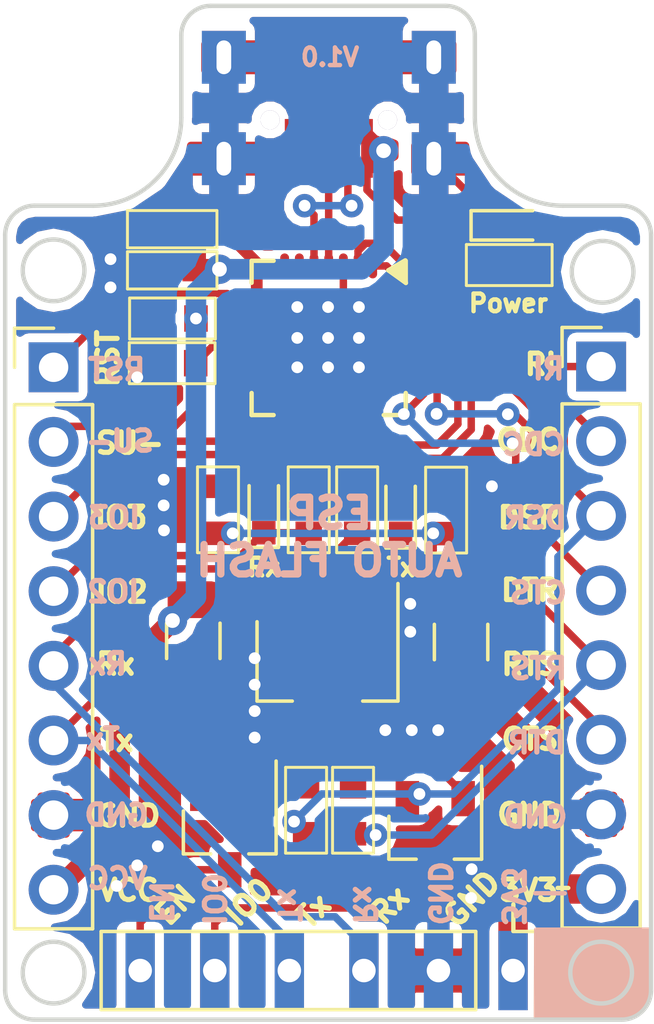
<source format=kicad_pcb>
(kicad_pcb (version 20171130) (host pcbnew "(6.0.0-rc1-dev-1174-ga3bb94dc2)")

  (general
    (thickness 1.6)
    (drawings 79)
    (tracks 311)
    (zones 0)
    (modules 26)
    (nets 39)
  )

  (page A4)
  (layers
    (0 F.Cu signal)
    (31 B.Cu signal)
    (32 B.Adhes user hide)
    (33 F.Adhes user hide)
    (34 B.Paste user hide)
    (35 F.Paste user hide)
    (36 B.SilkS user hide)
    (37 F.SilkS user hide)
    (38 B.Mask user hide)
    (39 F.Mask user hide)
    (40 Dwgs.User user hide)
    (41 Cmts.User user hide)
    (42 Eco1.User user hide)
    (43 Eco2.User user hide)
    (44 Edge.Cuts user)
    (45 Margin user hide)
    (46 B.CrtYd user hide)
    (47 F.CrtYd user hide)
    (48 B.Fab user hide)
    (49 F.Fab user hide)
  )

  (setup
    (last_trace_width 0.254)
    (user_trace_width 0.254)
    (user_trace_width 0.3)
    (user_trace_width 0.4)
    (user_trace_width 0.5)
    (user_trace_width 0.7)
    (user_trace_width 1)
    (trace_clearance 0.2)
    (zone_clearance 0.3)
    (zone_45_only no)
    (trace_min 0.2)
    (via_size 0.8)
    (via_drill 0.4)
    (via_min_size 0.5)
    (via_min_drill 0.3)
    (user_via 0.8 0.4)
    (user_via 1 0.5)
    (uvia_size 0.3)
    (uvia_drill 0.1)
    (uvias_allowed no)
    (uvia_min_size 0.2)
    (uvia_min_drill 0.1)
    (edge_width 0.15)
    (segment_width 0.15)
    (pcb_text_width 0.3)
    (pcb_text_size 1.5 1.5)
    (mod_edge_width 0.15)
    (mod_text_size 0.6 0.6)
    (mod_text_width 0.15)
    (pad_size 1.675 1.675)
    (pad_drill 0)
    (pad_to_mask_clearance 0.2)
    (solder_mask_min_width 0.25)
    (aux_axis_origin 0 0)
    (visible_elements FFFFFF7F)
    (pcbplotparams
      (layerselection 0x010fc_ffffffff)
      (usegerberextensions true)
      (usegerberattributes false)
      (usegerberadvancedattributes false)
      (creategerberjobfile false)
      (gerberprecision 5)
      (excludeedgelayer true)
      (linewidth 0.100000)
      (plotframeref false)
      (viasonmask false)
      (mode 1)
      (useauxorigin false)
      (hpglpennumber 1)
      (hpglpenspeed 20)
      (hpglpendiameter 15.000000)
      (psnegative false)
      (psa4output false)
      (plotreference true)
      (plotvalue true)
      (plotinvisibletext false)
      (padsonsilk false)
      (subtractmaskfromsilk false)
      (outputformat 1)
      (mirror false)
      (drillshape 0)
      (scaleselection 1)
      (outputdirectory "assets/auto-flash-esp32-22x34,5mm/"))
  )

  (net 0 "")
  (net 1 VCC)
  (net 2 GND)
  (net 3 CTS)
  (net 4 RTS)
  (net 5 DSR)
  (net 6 RI)
  (net 7 RESET)
  (net 8 SU-)
  (net 9 Rx)
  (net 10 Tx)
  (net 11 DTR)
  (net 12 "Net-(R5-Pad1)")
  (net 13 "Net-(R6-Pad1)")
  (net 14 "Net-(D1-Pad2)")
  (net 15 "Net-(D2-Pad2)")
  (net 16 "Net-(D3-Pad2)")
  (net 17 EN)
  (net 18 IO0)
  (net 19 "Net-(Q1-Pad1)")
  (net 20 "Net-(Q2-Pad1)")
  (net 21 IO3/WU)
  (net 22 IO2/RS485)
  (net 23 DCD)
  (net 24 3V3)
  (net 25 "Net-(J4-Pad3)")
  (net 26 "Net-(J4-Pad2)")
  (net 27 "Net-(J4-Pad4)")
  (net 28 "Net-(U1-Pad22)")
  (net 29 "Net-(U1-Pad21)")
  (net 30 "Net-(U1-Pad20)")
  (net 31 "Net-(U1-Pad19)")
  (net 32 "Net-(U1-Pad18)")
  (net 33 "Net-(U1-Pad15)")
  (net 34 "Net-(U1-Pad14)")
  (net 35 "Net-(U1-Pad13)")
  (net 36 "Net-(U1-Pad12)")
  (net 37 "Net-(U1-Pad10)")
  (net 38 "Net-(U1-Pad6)")

  (net_class Default "This is the default net class."
    (clearance 0.2)
    (trace_width 0.254)
    (via_dia 0.8)
    (via_drill 0.4)
    (uvia_dia 0.3)
    (uvia_drill 0.1)
    (add_net 3V3)
    (add_net CTS)
    (add_net DCD)
    (add_net DSR)
    (add_net DTR)
    (add_net EN)
    (add_net GND)
    (add_net IO0)
    (add_net IO2/RS485)
    (add_net IO3/WU)
    (add_net "Net-(D1-Pad2)")
    (add_net "Net-(D2-Pad2)")
    (add_net "Net-(D3-Pad2)")
    (add_net "Net-(J4-Pad2)")
    (add_net "Net-(J4-Pad3)")
    (add_net "Net-(J4-Pad4)")
    (add_net "Net-(Q1-Pad1)")
    (add_net "Net-(Q2-Pad1)")
    (add_net "Net-(R5-Pad1)")
    (add_net "Net-(R6-Pad1)")
    (add_net "Net-(U1-Pad10)")
    (add_net "Net-(U1-Pad12)")
    (add_net "Net-(U1-Pad13)")
    (add_net "Net-(U1-Pad14)")
    (add_net "Net-(U1-Pad15)")
    (add_net "Net-(U1-Pad18)")
    (add_net "Net-(U1-Pad19)")
    (add_net "Net-(U1-Pad20)")
    (add_net "Net-(U1-Pad21)")
    (add_net "Net-(U1-Pad22)")
    (add_net "Net-(U1-Pad6)")
    (add_net RESET)
    (add_net RI)
    (add_net RTS)
    (add_net Rx)
    (add_net SU-)
    (add_net Tx)
  )

  (net_class Source ""
    (clearance 0.2)
    (trace_width 0.4)
    (via_dia 0.8)
    (via_drill 0.4)
    (uvia_dia 0.3)
    (uvia_drill 0.1)
    (add_net VCC)
  )

  (module Fiducial:Fiducial_0.5mm_Dia_1mm_Outer (layer F.Cu) (tedit 5BB6C1C3) (tstamp 5BA45079)
    (at 171.95 96.45)
    (descr "Circular Fiducial, 0.5mm bare copper top; 1mm keepout (Level C)")
    (tags marker)
    (attr virtual)
    (fp_text reference REF** (at 0 -1.5) (layer F.SilkS) hide
      (effects (font (size 1 1) (thickness 0.15)))
    )
    (fp_text value Fiducial_0.5mm_Dia_1mm_Outer (at 0 1.5) (layer F.Fab)
      (effects (font (size 1 1) (thickness 0.15)))
    )
    (fp_circle (center 0 0) (end 0.5 0) (layer F.Fab) (width 0.1))
    (fp_text user %R (at 0 0) (layer F.Fab)
      (effects (font (size 0.2 0.2) (thickness 0.04)))
    )
    (fp_circle (center 0 0) (end 0.75 0) (layer F.CrtYd) (width 0.05))
    (pad ~ smd circle (at 0 0) (size 0.5 0.5) (layers F.Cu F.Mask)
      (solder_mask_margin 0.25) (clearance 0.25))
  )

  (module Fiducial:Fiducial_0.5mm_Dia_1mm_Outer (layer F.Cu) (tedit 5BB6C1CD) (tstamp 5BA44FE2)
    (at 166.14 102.57)
    (descr "Circular Fiducial, 0.5mm bare copper top; 1mm keepout (Level C)")
    (tags marker)
    (attr virtual)
    (fp_text reference REF** (at 0 -1.5) (layer F.SilkS) hide
      (effects (font (size 1 1) (thickness 0.15)))
    )
    (fp_text value Fiducial_0.5mm_Dia_1mm_Outer (at 0 1.5) (layer F.Fab)
      (effects (font (size 1 1) (thickness 0.15)))
    )
    (fp_circle (center 0 0) (end 0.75 0) (layer F.CrtYd) (width 0.05))
    (fp_text user %R (at 0 0) (layer F.Fab)
      (effects (font (size 0.2 0.2) (thickness 0.04)))
    )
    (fp_circle (center 0 0) (end 0.5 0) (layer F.Fab) (width 0.1))
    (pad ~ smd circle (at 0 0) (size 0.5 0.5) (layers F.Cu F.Mask)
      (solder_mask_margin 0.25) (clearance 0.25))
  )

  (module Pin_Headers:Pin_Header_Straight_1x08_Pitch2.54mm (layer F.Cu) (tedit 5B79A354) (tstamp 5B50617B)
    (at 178.3 100.675)
    (descr "Through hole straight pin header, 1x08, 2.54mm pitch, single row")
    (tags "Through hole pin header THT 1x08 2.54mm single row")
    (path /5B5445DB)
    (fp_text reference J1 (at 0.275 -1.1) (layer F.SilkS) hide
      (effects (font (size 0.6 0.6) (thickness 0.2)))
    )
    (fp_text value Conn_01x08 (at 0 20.11) (layer F.Fab) hide
      (effects (font (size 0.6 0.6) (thickness 0.15)))
    )
    (fp_text user %R (at 0 8.89 90) (layer F.Fab)
      (effects (font (size 0.7 0.7) (thickness 0.175)))
    )
    (fp_line (start 1.8 -1.8) (end -1.8 -1.8) (layer F.CrtYd) (width 0.05))
    (fp_line (start 1.8 19.55) (end 1.8 -1.8) (layer F.CrtYd) (width 0.05))
    (fp_line (start -1.8 19.55) (end 1.8 19.55) (layer F.CrtYd) (width 0.05))
    (fp_line (start -1.8 -1.8) (end -1.8 19.55) (layer F.CrtYd) (width 0.05))
    (fp_line (start -1.33 -1.33) (end 0 -1.33) (layer F.SilkS) (width 0.12))
    (fp_line (start -1.33 0) (end -1.33 -1.33) (layer F.SilkS) (width 0.12))
    (fp_line (start -1.33 1.27) (end 1.33 1.27) (layer F.SilkS) (width 0.12))
    (fp_line (start 1.33 1.27) (end 1.33 19.11) (layer F.SilkS) (width 0.12))
    (fp_line (start -1.33 1.27) (end -1.33 19.11) (layer F.SilkS) (width 0.12))
    (fp_line (start -1.33 19.11) (end 1.33 19.11) (layer F.SilkS) (width 0.12))
    (fp_line (start -1.27 -0.635) (end -0.635 -1.27) (layer F.Fab) (width 0.1))
    (fp_line (start -1.27 19.05) (end -1.27 -0.635) (layer F.Fab) (width 0.1))
    (fp_line (start 1.27 19.05) (end -1.27 19.05) (layer F.Fab) (width 0.1))
    (fp_line (start 1.27 -1.27) (end 1.27 19.05) (layer F.Fab) (width 0.1))
    (fp_line (start -0.635 -1.27) (end 1.27 -1.27) (layer F.Fab) (width 0.1))
    (pad 8 thru_hole oval (at 0 17.78) (size 1.7 1.7) (drill 1) (layers *.Cu *.Mask)
      (net 24 3V3))
    (pad 7 thru_hole oval (at 0 15.24) (size 1.7 1.7) (drill 1) (layers *.Cu *.Mask)
      (net 2 GND))
    (pad 6 thru_hole oval (at 0 12.7) (size 1.7 1.7) (drill 1) (layers *.Cu *.Mask)
      (net 3 CTS))
    (pad 5 thru_hole oval (at 0 10.16) (size 1.7 1.7) (drill 1) (layers *.Cu *.Mask)
      (net 4 RTS))
    (pad 4 thru_hole oval (at 0 7.62) (size 1.7 1.7) (drill 1) (layers *.Cu *.Mask)
      (net 5 DSR))
    (pad 3 thru_hole oval (at 0 5.08) (size 1.7 1.7) (drill 1) (layers *.Cu *.Mask)
      (net 11 DTR))
    (pad 2 thru_hole oval (at 0 2.54) (size 1.7 1.7) (drill 1) (layers *.Cu *.Mask)
      (net 23 DCD))
    (pad 1 thru_hole rect (at 0 0) (size 1.7 1.7) (drill 1) (layers *.Cu *.Mask)
      (net 6 RI))
    (model ${KISYS3DMOD}/Pin_Headers.3dshapes/Pin_Header_Straight_1x08_Pitch2.54mm.wrl
      (at (xyz 0 0 0))
      (scale (xyz 1 1 1))
      (rotate (xyz 0 0 0))
    )
  )

  (module Pin_Headers:Pin_Header_Straight_1x06_Pitch2.54mm (layer F.Cu) (tedit 5B79A34D) (tstamp 5B84C699)
    (at 175.3 121.23 270)
    (descr "Through hole straight pin header, 1x06, 2.54mm pitch, single row")
    (tags "Through hole pin header THT 1x06 2.54mm single row")
    (path /5B4B17BA)
    (fp_text reference J3 (at 0.25 -1.875) (layer F.SilkS) hide
      (effects (font (size 0.6 0.6) (thickness 0.2)))
    )
    (fp_text value Conn_01x06 (at 0 15.03 270) (layer F.Fab) hide
      (effects (font (size 0.6 0.6) (thickness 0.15)))
    )
    (fp_text user %R (at 0 6.35) (layer F.Fab)
      (effects (font (size 0.7 0.7) (thickness 0.175)))
    )
    (fp_line (start 1.8 -1.8) (end -1.8 -1.8) (layer F.CrtYd) (width 0.05))
    (fp_line (start 1.8 14.5) (end 1.8 -1.8) (layer F.CrtYd) (width 0.05))
    (fp_line (start -1.8 14.5) (end 1.8 14.5) (layer F.CrtYd) (width 0.05))
    (fp_line (start -1.8 -1.8) (end -1.8 14.5) (layer F.CrtYd) (width 0.05))
    (fp_line (start -1.33 -1.33) (end 0 -1.33) (layer F.SilkS) (width 0.12))
    (fp_line (start -1.33 0) (end -1.33 -1.33) (layer F.SilkS) (width 0.12))
    (fp_line (start -1.33 1.27) (end 1.33 1.27) (layer F.SilkS) (width 0.12))
    (fp_line (start 1.33 1.27) (end 1.33 14.03) (layer F.SilkS) (width 0.12))
    (fp_line (start -1.33 1.27) (end -1.33 14.03) (layer F.SilkS) (width 0.12))
    (fp_line (start -1.33 14.03) (end 1.33 14.03) (layer F.SilkS) (width 0.12))
    (fp_line (start -1.27 -0.635) (end -0.635 -1.27) (layer F.Fab) (width 0.1))
    (fp_line (start -1.27 13.97) (end -1.27 -0.635) (layer F.Fab) (width 0.1))
    (fp_line (start 1.27 13.97) (end -1.27 13.97) (layer F.Fab) (width 0.1))
    (fp_line (start 1.27 -1.27) (end 1.27 13.97) (layer F.Fab) (width 0.1))
    (fp_line (start -0.635 -1.27) (end 1.27 -1.27) (layer F.Fab) (width 0.1))
    (pad 6 thru_hole rect (at 0 12.7 270) (size 2.7 1) (drill 0.8) (layers *.Cu *.Mask)
      (net 17 EN))
    (pad 5 thru_hole rect (at 0 10.16 270) (size 2.7 1) (drill 0.8) (layers *.Cu *.Mask)
      (net 18 IO0))
    (pad 4 thru_hole rect (at 0 7.62 270) (size 2.7 1) (drill 0.8) (layers *.Cu *.Mask)
      (net 10 Tx))
    (pad 3 thru_hole rect (at 0 5.08 270) (size 2.7 1) (drill 0.8) (layers *.Cu *.Mask)
      (net 9 Rx))
    (pad 2 thru_hole rect (at 0 2.54 270) (size 2.7 1) (drill 0.8) (layers *.Cu *.Mask)
      (net 2 GND))
    (pad 1 thru_hole rect (at 0 0 270) (size 2.7 1) (drill 0.8) (layers *.Cu *.Mask)
      (net 24 3V3))
    (model ${KISYS3DMOD}/Pin_Headers.3dshapes/Pin_Header_Straight_1x06_Pitch2.54mm.step
      (offset (xyz 2 0 0))
      (scale (xyz 1 1 1))
      (rotate (xyz 0 -90 0))
    )
  )

  (module footprints:C_0603 (layer F.Cu) (tedit 5B7A933C) (tstamp 5B4F3A61)
    (at 163.69 96 180)
    (descr "Capacitor SMD 0603, hand soldering")
    (tags "capacitor 0603")
    (path /5B525CC7)
    (attr smd)
    (fp_text reference C3 (at 4.506 1.681 180) (layer F.SilkS) hide
      (effects (font (size 0.6 0.6) (thickness 0.15)))
    )
    (fp_text value 0.1uF (at 0 1.15 180) (layer F.Fab) hide
      (effects (font (size 0.6 0.6) (thickness 0.15)))
    )
    (fp_line (start -1.524 -0.635) (end 1.524 -0.635) (layer F.SilkS) (width 0.1))
    (fp_line (start 1.524 -0.635) (end 1.524 0.635) (layer F.SilkS) (width 0.1))
    (fp_line (start 1.524 0.635) (end -1.524 0.635) (layer F.SilkS) (width 0.1))
    (fp_line (start -1.524 0.635) (end -1.524 -0.635) (layer F.SilkS) (width 0.1))
    (pad 2 smd rect (at 0.799999 0 180) (size 0.9 0.75) (layers F.Cu F.Paste F.Mask)
      (net 2 GND))
    (pad 1 smd rect (at -0.799999 0 180) (size 0.9 0.75) (layers F.Cu F.Paste F.Mask)
      (net 1 VCC))
    (model ${KIPRJMOD}/lib/packages3D/C_0603.wrl
      (at (xyz 0 0 0))
      (scale (xyz 1 1 1))
      (rotate (xyz 0 0 0))
    )
  )

  (module footprints:C_0603 (layer F.Cu) (tedit 5B7A9340) (tstamp 5B4F3A6B)
    (at 163.69 97.4 180)
    (descr "Capacitor SMD 0603, hand soldering")
    (tags "capacitor 0603")
    (path /5B4F860E)
    (attr smd)
    (fp_text reference C4 (at 4.431 0.556 180) (layer F.SilkS) hide
      (effects (font (size 0.6 0.6) (thickness 0.15)))
    )
    (fp_text value 4.7uF (at 0 1.15 180) (layer F.Fab) hide
      (effects (font (size 0.6 0.6) (thickness 0.15)))
    )
    (fp_line (start -1.524 0.635) (end -1.524 -0.635) (layer F.SilkS) (width 0.1))
    (fp_line (start 1.524 0.635) (end -1.524 0.635) (layer F.SilkS) (width 0.1))
    (fp_line (start 1.524 -0.635) (end 1.524 0.635) (layer F.SilkS) (width 0.1))
    (fp_line (start -1.524 -0.635) (end 1.524 -0.635) (layer F.SilkS) (width 0.1))
    (pad 1 smd rect (at -0.799999 0 180) (size 0.9 0.75) (layers F.Cu F.Paste F.Mask)
      (net 1 VCC))
    (pad 2 smd rect (at 0.799999 0 180) (size 0.9 0.75) (layers F.Cu F.Paste F.Mask)
      (net 2 GND))
    (model ${KIPRJMOD}/lib/packages3D/C_0603.wrl
      (at (xyz 0 0 0))
      (scale (xyz 1 1 1))
      (rotate (xyz 0 0 0))
    )
  )

  (module LEDs:LED_0603 (layer F.Cu) (tedit 5B7A935D) (tstamp 5B84BCEB)
    (at 171.47 105.55 90)
    (descr "LED 0603 smd package")
    (tags "LED led 0603 SMD smd SMT smt smdled SMDLED smtled SMTLED")
    (path /5B49740D)
    (attr smd)
    (fp_text reference D1 (at 1.85 -0.03 180) (layer F.SilkS) hide
      (effects (font (size 0.6 0.6) (thickness 0.15)))
    )
    (fp_text value LED (at 0 1.35 90) (layer F.Fab) hide
      (effects (font (size 0.6 0.6) (thickness 0.15)))
    )
    (fp_line (start -1.45 -0.65) (end 1.45 -0.65) (layer F.CrtYd) (width 0.05))
    (fp_line (start -1.45 0.65) (end -1.45 -0.65) (layer F.CrtYd) (width 0.05))
    (fp_line (start 1.45 0.65) (end -1.45 0.65) (layer F.CrtYd) (width 0.05))
    (fp_line (start 1.45 -0.65) (end 1.45 0.65) (layer F.CrtYd) (width 0.05))
    (fp_line (start -1.3 -0.5) (end 0.8 -0.5) (layer F.SilkS) (width 0.12))
    (fp_line (start -1.3 0.5) (end 0.8 0.5) (layer F.SilkS) (width 0.12))
    (fp_line (start -0.8 0.4) (end -0.8 -0.4) (layer F.Fab) (width 0.1))
    (fp_line (start -0.8 -0.4) (end 0.8 -0.4) (layer F.Fab) (width 0.1))
    (fp_line (start 0.8 -0.4) (end 0.8 0.4) (layer F.Fab) (width 0.1))
    (fp_line (start 0.8 0.4) (end -0.8 0.4) (layer F.Fab) (width 0.1))
    (fp_line (start 0.15 -0.2) (end 0.15 0.2) (layer F.Fab) (width 0.1))
    (fp_line (start 0.15 0.2) (end -0.15 0) (layer F.Fab) (width 0.1))
    (fp_line (start -0.15 0) (end 0.15 -0.2) (layer F.Fab) (width 0.1))
    (fp_line (start -0.2 -0.2) (end -0.2 0.2) (layer F.Fab) (width 0.1))
    (fp_line (start -1.3 -0.5) (end -1.3 0.5) (layer F.SilkS) (width 0.12))
    (pad 1 smd rect (at -0.8 0 270) (size 0.8 0.8) (layers F.Cu F.Paste F.Mask)
      (net 10 Tx))
    (pad 2 smd rect (at 0.8 0 270) (size 0.8 0.8) (layers F.Cu F.Paste F.Mask)
      (net 14 "Net-(D1-Pad2)"))
    (model ${KIPRJMOD}/lib/packages3D/D_0603_blue.wrl
      (at (xyz 0 0 0))
      (scale (xyz 1 1 1))
      (rotate (xyz -90 0 0))
    )
  )

  (module LEDs:LED_0603 (layer F.Cu) (tedit 5B7A934D) (tstamp 5B84C5C2)
    (at 166.81 105.53 90)
    (descr "LED 0603 smd package")
    (tags "LED led 0603 SMD smd SMT smt smdled SMDLED smtled SMTLED")
    (path /5B49747E)
    (attr smd)
    (fp_text reference D2 (at 1.84 -0.075 180) (layer F.SilkS) hide
      (effects (font (size 0.6 0.6) (thickness 0.15)))
    )
    (fp_text value LED (at 0 1.35 90) (layer F.Fab) hide
      (effects (font (size 0.6 0.6) (thickness 0.15)))
    )
    (fp_line (start -1.3 -0.5) (end -1.3 0.5) (layer F.SilkS) (width 0.12))
    (fp_line (start -0.2 -0.2) (end -0.2 0.2) (layer F.Fab) (width 0.1))
    (fp_line (start -0.15 0) (end 0.15 -0.2) (layer F.Fab) (width 0.1))
    (fp_line (start 0.15 0.2) (end -0.15 0) (layer F.Fab) (width 0.1))
    (fp_line (start 0.15 -0.2) (end 0.15 0.2) (layer F.Fab) (width 0.1))
    (fp_line (start 0.8 0.4) (end -0.8 0.4) (layer F.Fab) (width 0.1))
    (fp_line (start 0.8 -0.4) (end 0.8 0.4) (layer F.Fab) (width 0.1))
    (fp_line (start -0.8 -0.4) (end 0.8 -0.4) (layer F.Fab) (width 0.1))
    (fp_line (start -0.8 0.4) (end -0.8 -0.4) (layer F.Fab) (width 0.1))
    (fp_line (start -1.3 0.5) (end 0.8 0.5) (layer F.SilkS) (width 0.12))
    (fp_line (start -1.3 -0.5) (end 0.8 -0.5) (layer F.SilkS) (width 0.12))
    (fp_line (start 1.45 -0.65) (end 1.45 0.65) (layer F.CrtYd) (width 0.05))
    (fp_line (start 1.45 0.65) (end -1.45 0.65) (layer F.CrtYd) (width 0.05))
    (fp_line (start -1.45 0.65) (end -1.45 -0.65) (layer F.CrtYd) (width 0.05))
    (fp_line (start -1.45 -0.65) (end 1.45 -0.65) (layer F.CrtYd) (width 0.05))
    (pad 2 smd rect (at 0.8 0 270) (size 0.8 0.8) (layers F.Cu F.Paste F.Mask)
      (net 15 "Net-(D2-Pad2)"))
    (pad 1 smd rect (at -0.8 0 270) (size 0.8 0.8) (layers F.Cu F.Paste F.Mask)
      (net 9 Rx))
    (model ${KIPRJMOD}/lib/packages3D/D_0603_blue.wrl
      (at (xyz 0 0 0))
      (scale (xyz 1 1 1))
      (rotate (xyz -90 0 0))
    )
  )

  (module LEDs:LED_0603 (layer F.Cu) (tedit 5B7A9362) (tstamp 5B4F3AB4)
    (at 175.17 95.87)
    (descr "LED 0603 smd package")
    (tags "LED led 0603 SMD smd SMT smt smdled SMDLED smtled SMTLED")
    (path /5B4974B0)
    (attr smd)
    (fp_text reference D3 (at 1.825 -0.02 90) (layer F.SilkS) hide
      (effects (font (size 0.6 0.6) (thickness 0.15)))
    )
    (fp_text value LED (at -0.9 0) (layer F.Fab)
      (effects (font (size 0.6 0.6) (thickness 0.15)))
    )
    (fp_line (start -1.3 -0.5) (end -1.3 0.5) (layer F.SilkS) (width 0.12))
    (fp_line (start -0.2 -0.2) (end -0.2 0.2) (layer F.Fab) (width 0.1))
    (fp_line (start -0.15 0) (end 0.15 -0.2) (layer F.Fab) (width 0.1))
    (fp_line (start 0.15 0.2) (end -0.15 0) (layer F.Fab) (width 0.1))
    (fp_line (start 0.15 -0.2) (end 0.15 0.2) (layer F.Fab) (width 0.1))
    (fp_line (start 0.8 0.4) (end -0.8 0.4) (layer F.Fab) (width 0.1))
    (fp_line (start 0.8 -0.4) (end 0.8 0.4) (layer F.Fab) (width 0.1))
    (fp_line (start -0.8 -0.4) (end 0.8 -0.4) (layer F.Fab) (width 0.1))
    (fp_line (start -0.8 0.4) (end -0.8 -0.4) (layer F.Fab) (width 0.1))
    (fp_line (start -1.3 0.5) (end 0.8 0.5) (layer F.SilkS) (width 0.12))
    (fp_line (start -1.3 -0.5) (end 0.8 -0.5) (layer F.SilkS) (width 0.12))
    (fp_line (start 1.45 -0.65) (end 1.45 0.65) (layer F.CrtYd) (width 0.05))
    (fp_line (start 1.45 0.65) (end -1.45 0.65) (layer F.CrtYd) (width 0.05))
    (fp_line (start -1.45 0.65) (end -1.45 -0.65) (layer F.CrtYd) (width 0.05))
    (fp_line (start -1.45 -0.65) (end 1.45 -0.65) (layer F.CrtYd) (width 0.05))
    (pad 2 smd rect (at 0.8 0 180) (size 0.8 0.8) (layers F.Cu F.Paste F.Mask)
      (net 16 "Net-(D3-Pad2)"))
    (pad 1 smd rect (at -0.8 0 180) (size 0.8 0.8) (layers F.Cu F.Paste F.Mask)
      (net 2 GND))
    (model ${KIPRJMOD}/lib/packages3D/D_0603_red.wrl
      (at (xyz 0 0 0))
      (scale (xyz 1 1 1))
      (rotate (xyz -90 0 0))
    )
  )

  (module footprints:SOT-23_standar (layer F.Cu) (tedit 5B7A937A) (tstamp 5B4F3B27)
    (at 165.65 116.5 270)
    (descr "SOT-23, Handsoldering")
    (tags SOT-23)
    (path /5B4A69AF)
    (attr smd)
    (fp_text reference Q1 (at -0.96 2.21) (layer F.SilkS) hide
      (effects (font (size 0.6 0.6) (thickness 0.15)))
    )
    (fp_text value Q_NPN_BEC (at 0 2.5 270) (layer F.Fab) hide
      (effects (font (size 0.6 0.6) (thickness 0.15)))
    )
    (fp_line (start 0.76 1.58) (end 0.76 0.65) (layer F.SilkS) (width 0.12))
    (fp_line (start 0.76 -1.58) (end 0.76 -0.65) (layer F.SilkS) (width 0.12))
    (fp_line (start -2.7 -1.75) (end 2.7 -1.75) (layer F.CrtYd) (width 0.05))
    (fp_line (start 2.7 -1.75) (end 2.7 1.75) (layer F.CrtYd) (width 0.05))
    (fp_line (start 2.7 1.75) (end -2.7 1.75) (layer F.CrtYd) (width 0.05))
    (fp_line (start -2.7 1.75) (end -2.7 -1.75) (layer F.CrtYd) (width 0.05))
    (fp_line (start 0.76 -1.58) (end -2.4 -1.58) (layer F.SilkS) (width 0.12))
    (fp_line (start -0.7 -0.95) (end -0.7 1.5) (layer F.Fab) (width 0.1))
    (fp_line (start -0.15 -1.52) (end 0.7 -1.52) (layer F.Fab) (width 0.1))
    (fp_line (start -0.7 -0.95) (end -0.15 -1.52) (layer F.Fab) (width 0.1))
    (fp_line (start 0.7 -1.52) (end 0.7 1.52) (layer F.Fab) (width 0.1))
    (fp_line (start -0.7 1.52) (end 0.7 1.52) (layer F.Fab) (width 0.1))
    (fp_line (start 0.76 1.58) (end -0.7 1.58) (layer F.SilkS) (width 0.12))
    (pad 1 smd rect (at -1.3 -0.95 270) (size 1.2 0.8) (layers F.Cu F.Paste F.Mask)
      (net 19 "Net-(Q1-Pad1)"))
    (pad 2 smd rect (at -1.3 0.95 270) (size 1.2 0.8) (layers F.Cu F.Paste F.Mask)
      (net 4 RTS))
    (pad 3 smd rect (at 1.3 0 270) (size 1.2 0.8) (layers F.Cu F.Paste F.Mask)
      (net 17 EN))
    (model ${KIPRJMOD}/lib/packages3D/sot23.wrl
      (at (xyz 0 0 0))
      (scale (xyz 1 1 1))
      (rotate (xyz 0 0 90))
    )
  )

  (module footprints:SOT-23_standar (layer F.Cu) (tedit 5B7A9386) (tstamp 5B500A64)
    (at 172.65 116.68 270)
    (descr "SOT-23, Handsoldering")
    (tags SOT-23)
    (path /5B4A6AB9)
    (attr smd)
    (fp_text reference Q2 (at -0.88 -2.23) (layer F.SilkS) hide
      (effects (font (size 0.6 0.6) (thickness 0.15)))
    )
    (fp_text value Q_NPN_BEC (at 0 2.5 270) (layer F.Fab) hide
      (effects (font (size 0.6 0.6) (thickness 0.15)))
    )
    (fp_line (start 0.76 1.58) (end -0.7 1.58) (layer F.SilkS) (width 0.12))
    (fp_line (start -0.7 1.52) (end 0.7 1.52) (layer F.Fab) (width 0.1))
    (fp_line (start 0.7 -1.52) (end 0.7 1.52) (layer F.Fab) (width 0.1))
    (fp_line (start -0.7 -0.95) (end -0.15 -1.52) (layer F.Fab) (width 0.1))
    (fp_line (start -0.15 -1.52) (end 0.7 -1.52) (layer F.Fab) (width 0.1))
    (fp_line (start -0.7 -0.95) (end -0.7 1.5) (layer F.Fab) (width 0.1))
    (fp_line (start 0.76 -1.58) (end -2.4 -1.58) (layer F.SilkS) (width 0.12))
    (fp_line (start -2.7 1.75) (end -2.7 -1.75) (layer F.CrtYd) (width 0.05))
    (fp_line (start 2.7 1.75) (end -2.7 1.75) (layer F.CrtYd) (width 0.05))
    (fp_line (start 2.7 -1.75) (end 2.7 1.75) (layer F.CrtYd) (width 0.05))
    (fp_line (start -2.7 -1.75) (end 2.7 -1.75) (layer F.CrtYd) (width 0.05))
    (fp_line (start 0.76 -1.58) (end 0.76 -0.65) (layer F.SilkS) (width 0.12))
    (fp_line (start 0.76 1.58) (end 0.76 0.65) (layer F.SilkS) (width 0.12))
    (pad 3 smd rect (at 1.3 0 270) (size 1.2 0.8) (layers F.Cu F.Paste F.Mask)
      (net 18 IO0))
    (pad 2 smd rect (at -1.3 0.95 270) (size 1.2 0.8) (layers F.Cu F.Paste F.Mask)
      (net 11 DTR))
    (pad 1 smd rect (at -1.3 -0.95 270) (size 1.2 0.8) (layers F.Cu F.Paste F.Mask)
      (net 20 "Net-(Q2-Pad1)"))
    (model ${KIPRJMOD}/lib/packages3D/sot23.wrl
      (at (xyz 0 0 0))
      (scale (xyz 1 1 1))
      (rotate (xyz 0 0 90))
    )
  )

  (module footprints:R_0603 (layer F.Cu) (tedit 5B7A9350) (tstamp 5B8707B1)
    (at 163.7 99.04 180)
    (descr "Resistor SMD 0603, reflow soldering, Vishay (see dcrcw.pdf)")
    (tags "resistor 0603")
    (path /5B496987)
    (attr smd)
    (fp_text reference R1 (at -4.086 -3.411 180) (layer F.SilkS) hide
      (effects (font (size 0.6 0.6) (thickness 0.15)))
    )
    (fp_text value 1K (at 0 1.9 180) (layer F.Fab) hide
      (effects (font (size 0.6 0.6) (thickness 0.15)))
    )
    (fp_line (start -1.4605 -0.6985) (end 1.4605 -0.6985) (layer F.SilkS) (width 0.1))
    (fp_line (start 1.4605 -0.6985) (end 1.4605 0.6985) (layer F.SilkS) (width 0.1))
    (fp_line (start 1.4605 0.6985) (end -1.4605 0.6985) (layer F.SilkS) (width 0.1))
    (fp_line (start -1.4605 0.6985) (end -1.4605 -0.6985) (layer F.SilkS) (width 0.1))
    (pad 2 smd rect (at 0.799999 0 180) (size 0.8 0.9) (layers F.Cu F.Paste F.Mask)
      (net 7 RESET))
    (pad 1 smd rect (at -0.799999 0 180) (size 0.8 0.9) (layers F.Cu F.Paste F.Mask)
      (net 1 VCC))
    (model ${KIPRJMOD}/lib/packages3D/R_0603.wrl
      (at (xyz 0 0 0))
      (scale (xyz 1 1 1))
      (rotate (xyz 0 0 0))
    )
  )

  (module footprints:R_0603 (layer F.Cu) (tedit 5B7A9349) (tstamp 5B4F3B4F)
    (at 163.69 100.56 180)
    (descr "Resistor SMD 0603, reflow soldering, Vishay (see dcrcw.pdf)")
    (tags "resistor 0603")
    (path /5B49BFDA)
    (attr smd)
    (fp_text reference R2 (at -1.01 -1.34) (layer F.SilkS) hide
      (effects (font (size 0.6 0.6) (thickness 0.15)))
    )
    (fp_text value 10K (at 0 1.9 180) (layer F.Fab) hide
      (effects (font (size 0.6 0.6) (thickness 0.15)))
    )
    (fp_line (start -1.4605 0.6985) (end -1.4605 -0.6985) (layer F.SilkS) (width 0.1))
    (fp_line (start 1.4605 0.6985) (end -1.4605 0.6985) (layer F.SilkS) (width 0.1))
    (fp_line (start 1.4605 -0.6985) (end 1.4605 0.6985) (layer F.SilkS) (width 0.1))
    (fp_line (start -1.4605 -0.6985) (end 1.4605 -0.6985) (layer F.SilkS) (width 0.1))
    (pad 1 smd rect (at -0.799999 0 180) (size 0.8 0.9) (layers F.Cu F.Paste F.Mask)
      (net 8 SU-))
    (pad 2 smd rect (at 0.799999 0 180) (size 0.8 0.9) (layers F.Cu F.Paste F.Mask)
      (net 2 GND))
    (model ${KIPRJMOD}/lib/packages3D/R_0603.wrl
      (at (xyz 0 0 0))
      (scale (xyz 1 1 1))
      (rotate (xyz 0 0 0))
    )
  )

  (module footprints:R_0603 (layer F.Cu) (tedit 5B7A937D) (tstamp 5B4F3B59)
    (at 168.25 115.775 270)
    (descr "Resistor SMD 0603, reflow soldering, Vishay (see dcrcw.pdf)")
    (tags "resistor 0603")
    (path /5B4A6B80)
    (attr smd)
    (fp_text reference R3 (at 1.915 -0.06) (layer F.SilkS) hide
      (effects (font (size 0.6 0.6) (thickness 0.15)))
    )
    (fp_text value 10K (at 0 1.9 270) (layer F.Fab) hide
      (effects (font (size 0.6 0.6) (thickness 0.15)))
    )
    (fp_line (start -1.4605 0.6985) (end -1.4605 -0.6985) (layer F.SilkS) (width 0.1))
    (fp_line (start 1.4605 0.6985) (end -1.4605 0.6985) (layer F.SilkS) (width 0.1))
    (fp_line (start 1.4605 -0.6985) (end 1.4605 0.6985) (layer F.SilkS) (width 0.1))
    (fp_line (start -1.4605 -0.6985) (end 1.4605 -0.6985) (layer F.SilkS) (width 0.1))
    (pad 1 smd rect (at -0.799999 0 270) (size 0.8 0.9) (layers F.Cu F.Paste F.Mask)
      (net 19 "Net-(Q1-Pad1)"))
    (pad 2 smd rect (at 0.799999 0 270) (size 0.8 0.9) (layers F.Cu F.Paste F.Mask)
      (net 11 DTR))
    (model ${KIPRJMOD}/lib/packages3D/R_0603.wrl
      (at (xyz 0 0 0))
      (scale (xyz 1 1 1))
      (rotate (xyz 0 0 0))
    )
  )

  (module footprints:R_0603 (layer F.Cu) (tedit 5B7A937F) (tstamp 5B4F3B63)
    (at 169.85 115.775 270)
    (descr "Resistor SMD 0603, reflow soldering, Vishay (see dcrcw.pdf)")
    (tags "resistor 0603")
    (path /5B4A6BE9)
    (attr smd)
    (fp_text reference R4 (at 1.965 -0.01) (layer F.SilkS) hide
      (effects (font (size 0.6 0.6) (thickness 0.15)))
    )
    (fp_text value 10K (at 0 1.9 270) (layer F.Fab) hide
      (effects (font (size 0.6 0.6) (thickness 0.15)))
    )
    (fp_line (start -1.4605 -0.6985) (end 1.4605 -0.6985) (layer F.SilkS) (width 0.1))
    (fp_line (start 1.4605 -0.6985) (end 1.4605 0.6985) (layer F.SilkS) (width 0.1))
    (fp_line (start 1.4605 0.6985) (end -1.4605 0.6985) (layer F.SilkS) (width 0.1))
    (fp_line (start -1.4605 0.6985) (end -1.4605 -0.6985) (layer F.SilkS) (width 0.1))
    (pad 2 smd rect (at 0.799999 0 270) (size 0.8 0.9) (layers F.Cu F.Paste F.Mask)
      (net 4 RTS))
    (pad 1 smd rect (at -0.799999 0 270) (size 0.8 0.9) (layers F.Cu F.Paste F.Mask)
      (net 20 "Net-(Q2-Pad1)"))
    (model ${KIPRJMOD}/lib/packages3D/R_0603.wrl
      (at (xyz 0 0 0))
      (scale (xyz 1 1 1))
      (rotate (xyz 0 0 0))
    )
  )

  (module footprints:R_0603 (layer F.Cu) (tedit 5B7A9359) (tstamp 5B84C26D)
    (at 169.99 105.55 270)
    (descr "Resistor SMD 0603, reflow soldering, Vishay (see dcrcw.pdf)")
    (tags "resistor 0603")
    (path /5B4E1675)
    (attr smd)
    (fp_text reference R5 (at -1.87 0.01) (layer F.SilkS) hide
      (effects (font (size 0.6 0.6) (thickness 0.15)))
    )
    (fp_text value 470 (at 0 1.9 270) (layer F.Fab) hide
      (effects (font (size 0.6 0.6) (thickness 0.15)))
    )
    (fp_line (start -1.4605 -0.6985) (end 1.4605 -0.6985) (layer F.SilkS) (width 0.1))
    (fp_line (start 1.4605 -0.6985) (end 1.4605 0.6985) (layer F.SilkS) (width 0.1))
    (fp_line (start 1.4605 0.6985) (end -1.4605 0.6985) (layer F.SilkS) (width 0.1))
    (fp_line (start -1.4605 0.6985) (end -1.4605 -0.6985) (layer F.SilkS) (width 0.1))
    (pad 2 smd rect (at 0.799999 0 270) (size 0.8 0.9) (layers F.Cu F.Paste F.Mask)
      (net 10 Tx))
    (pad 1 smd rect (at -0.799999 0 270) (size 0.8 0.9) (layers F.Cu F.Paste F.Mask)
      (net 12 "Net-(R5-Pad1)"))
    (model ${KIPRJMOD}/lib/packages3D/R_0603.wrl
      (at (xyz 0 0 0))
      (scale (xyz 1 1 1))
      (rotate (xyz 0 0 0))
    )
  )

  (module footprints:R_0603 (layer F.Cu) (tedit 5B7A9353) (tstamp 5B84C252)
    (at 168.34 105.55 270)
    (descr "Resistor SMD 0603, reflow soldering, Vishay (see dcrcw.pdf)")
    (tags "resistor 0603")
    (path /5B4E1786)
    (attr smd)
    (fp_text reference R6 (at -1.875 0.04) (layer F.SilkS) hide
      (effects (font (size 0.6 0.6) (thickness 0.15)))
    )
    (fp_text value 470 (at 0 1.9 270) (layer F.Fab) hide
      (effects (font (size 0.6 0.6) (thickness 0.15)))
    )
    (fp_line (start -1.4605 0.6985) (end -1.4605 -0.6985) (layer F.SilkS) (width 0.1))
    (fp_line (start 1.4605 0.6985) (end -1.4605 0.6985) (layer F.SilkS) (width 0.1))
    (fp_line (start 1.4605 -0.6985) (end 1.4605 0.6985) (layer F.SilkS) (width 0.1))
    (fp_line (start -1.4605 -0.6985) (end 1.4605 -0.6985) (layer F.SilkS) (width 0.1))
    (pad 1 smd rect (at -0.799999 0 270) (size 0.8 0.9) (layers F.Cu F.Paste F.Mask)
      (net 13 "Net-(R6-Pad1)"))
    (pad 2 smd rect (at 0.799999 0 270) (size 0.8 0.9) (layers F.Cu F.Paste F.Mask)
      (net 9 Rx))
    (model ${KIPRJMOD}/lib/packages3D/R_0603.wrl
      (at (xyz 0 0 0))
      (scale (xyz 1 1 1))
      (rotate (xyz 0 0 0))
    )
  )

  (module footprints:R_0603 (layer F.Cu) (tedit 5B7A9369) (tstamp 5B84BCAA)
    (at 173.02 105.56 270)
    (descr "Resistor SMD 0603, reflow soldering, Vishay (see dcrcw.pdf)")
    (tags "resistor 0603")
    (path /5B4ED8E7)
    (attr smd)
    (fp_text reference R7 (at 1.865 0.015) (layer F.SilkS) hide
      (effects (font (size 0.6 0.6) (thickness 0.15)))
    )
    (fp_text value 220 (at 0 1.9 270) (layer F.Fab) hide
      (effects (font (size 0.6 0.6) (thickness 0.15)))
    )
    (fp_line (start -1.4605 -0.6985) (end 1.4605 -0.6985) (layer F.SilkS) (width 0.1))
    (fp_line (start 1.4605 -0.6985) (end 1.4605 0.6985) (layer F.SilkS) (width 0.1))
    (fp_line (start 1.4605 0.6985) (end -1.4605 0.6985) (layer F.SilkS) (width 0.1))
    (fp_line (start -1.4605 0.6985) (end -1.4605 -0.6985) (layer F.SilkS) (width 0.1))
    (pad 2 smd rect (at 0.799999 0 270) (size 0.8 0.9) (layers F.Cu F.Paste F.Mask)
      (net 24 3V3))
    (pad 1 smd rect (at -0.799999 0 270) (size 0.8 0.9) (layers F.Cu F.Paste F.Mask)
      (net 14 "Net-(D1-Pad2)"))
    (model ${KIPRJMOD}/iotmaker-pcb-lib/packages3D/R_0603.wrl
      (at (xyz 0 0 0))
      (scale (xyz 1 1 1))
      (rotate (xyz 0 0 0))
    )
    (model ${KIPRJMOD}/lib/packages3D/C_0603.wrl
      (at (xyz 0 0 0))
      (scale (xyz 1 1 1))
      (rotate (xyz 0 0 0))
    )
  )

  (module footprints:R_0603 (layer F.Cu) (tedit 5B7A936C) (tstamp 5B84BC59)
    (at 165.25 105.55 270)
    (descr "Resistor SMD 0603, reflow soldering, Vishay (see dcrcw.pdf)")
    (tags "resistor 0603")
    (path /5B4ED998)
    (attr smd)
    (fp_text reference R8 (at 1.89 -0.01) (layer F.SilkS) hide
      (effects (font (size 0.6 0.6) (thickness 0.15)))
    )
    (fp_text value 220 (at 0 1.9 270) (layer F.Fab) hide
      (effects (font (size 0.6 0.6) (thickness 0.15)))
    )
    (fp_line (start -1.4605 0.6985) (end -1.4605 -0.6985) (layer F.SilkS) (width 0.1))
    (fp_line (start 1.4605 0.6985) (end -1.4605 0.6985) (layer F.SilkS) (width 0.1))
    (fp_line (start 1.4605 -0.6985) (end 1.4605 0.6985) (layer F.SilkS) (width 0.1))
    (fp_line (start -1.4605 -0.6985) (end 1.4605 -0.6985) (layer F.SilkS) (width 0.1))
    (pad 1 smd rect (at -0.799999 0 270) (size 0.8 0.9) (layers F.Cu F.Paste F.Mask)
      (net 15 "Net-(D2-Pad2)"))
    (pad 2 smd rect (at 0.799999 0 270) (size 0.8 0.9) (layers F.Cu F.Paste F.Mask)
      (net 24 3V3))
    (model ${KIPRJMOD}/lib/packages3D/R_0603.wrl
      (at (xyz 0 0 0))
      (scale (xyz 1 1 1))
      (rotate (xyz 0 0 0))
    )
  )

  (module footprints:R_0603 (layer F.Cu) (tedit 5B7A9365) (tstamp 5B4F3B95)
    (at 175.17 97.22 180)
    (descr "Resistor SMD 0603, reflow soldering, Vishay (see dcrcw.pdf)")
    (tags "resistor 0603")
    (path /5B4ED9F4)
    (attr smd)
    (fp_text reference R9 (at -1.96 0.05 270) (layer F.SilkS) hide
      (effects (font (size 0.6 0.6) (thickness 0.15)))
    )
    (fp_text value 220 (at 0 1.9 180) (layer F.Fab) hide
      (effects (font (size 0.6 0.6) (thickness 0.15)))
    )
    (fp_line (start -1.4605 -0.6985) (end 1.4605 -0.6985) (layer F.SilkS) (width 0.1))
    (fp_line (start 1.4605 -0.6985) (end 1.4605 0.6985) (layer F.SilkS) (width 0.1))
    (fp_line (start 1.4605 0.6985) (end -1.4605 0.6985) (layer F.SilkS) (width 0.1))
    (fp_line (start -1.4605 0.6985) (end -1.4605 -0.6985) (layer F.SilkS) (width 0.1))
    (pad 2 smd rect (at 0.799999 0 180) (size 0.8 0.9) (layers F.Cu F.Paste F.Mask)
      (net 1 VCC))
    (pad 1 smd rect (at -0.799999 0 180) (size 0.8 0.9) (layers F.Cu F.Paste F.Mask)
      (net 16 "Net-(D3-Pad2)"))
    (model ${KIPRJMOD}/lib/packages3D/R_0603.wrl
      (at (xyz 0 0 0))
      (scale (xyz 1 1 1))
      (rotate (xyz 0 0 0))
    )
  )

  (module Pin_Headers:Pin_Header_Straight_1x08_Pitch2.54mm (layer F.Cu) (tedit 5B79A351) (tstamp 5B5061CC)
    (at 159.65 100.7)
    (descr "Through hole straight pin header, 1x08, 2.54mm pitch, single row")
    (tags "Through hole pin header THT 1x08 2.54mm single row")
    (path /5B544681)
    (fp_text reference J2 (at 1.65 -0.325) (layer F.SilkS) hide
      (effects (font (size 0.6 0.6) (thickness 0.2)))
    )
    (fp_text value Conn_01x08 (at 0 20.11) (layer F.Fab) hide
      (effects (font (size 0.6 0.6) (thickness 0.15)))
    )
    (fp_line (start -0.635 -1.27) (end 1.27 -1.27) (layer F.Fab) (width 0.1))
    (fp_line (start 1.27 -1.27) (end 1.27 19.05) (layer F.Fab) (width 0.1))
    (fp_line (start 1.27 19.05) (end -1.27 19.05) (layer F.Fab) (width 0.1))
    (fp_line (start -1.27 19.05) (end -1.27 -0.635) (layer F.Fab) (width 0.1))
    (fp_line (start -1.27 -0.635) (end -0.635 -1.27) (layer F.Fab) (width 0.1))
    (fp_line (start -1.33 19.11) (end 1.33 19.11) (layer F.SilkS) (width 0.12))
    (fp_line (start -1.33 1.27) (end -1.33 19.11) (layer F.SilkS) (width 0.12))
    (fp_line (start 1.33 1.27) (end 1.33 19.11) (layer F.SilkS) (width 0.12))
    (fp_line (start -1.33 1.27) (end 1.33 1.27) (layer F.SilkS) (width 0.12))
    (fp_line (start -1.33 0) (end -1.33 -1.33) (layer F.SilkS) (width 0.12))
    (fp_line (start -1.33 -1.33) (end 0 -1.33) (layer F.SilkS) (width 0.12))
    (fp_line (start -1.8 -1.8) (end -1.8 19.55) (layer F.CrtYd) (width 0.05))
    (fp_line (start -1.8 19.55) (end 1.8 19.55) (layer F.CrtYd) (width 0.05))
    (fp_line (start 1.8 19.55) (end 1.8 -1.8) (layer F.CrtYd) (width 0.05))
    (fp_line (start 1.8 -1.8) (end -1.8 -1.8) (layer F.CrtYd) (width 0.05))
    (fp_text user %R (at 0 8.89 90) (layer F.Fab)
      (effects (font (size 0.7 0.7) (thickness 0.175)))
    )
    (pad 1 thru_hole rect (at 0 0) (size 1.7 1.7) (drill 1) (layers *.Cu *.Mask)
      (net 7 RESET))
    (pad 2 thru_hole oval (at 0 2.54) (size 1.7 1.7) (drill 1) (layers *.Cu *.Mask)
      (net 8 SU-))
    (pad 3 thru_hole oval (at 0 5.08) (size 1.7 1.7) (drill 1) (layers *.Cu *.Mask)
      (net 21 IO3/WU))
    (pad 4 thru_hole oval (at 0 7.62) (size 1.7 1.7) (drill 1) (layers *.Cu *.Mask)
      (net 22 IO2/RS485))
    (pad 5 thru_hole oval (at 0 10.16) (size 1.7 1.7) (drill 1) (layers *.Cu *.Mask)
      (net 9 Rx))
    (pad 6 thru_hole oval (at 0 12.7) (size 1.7 1.7) (drill 1) (layers *.Cu *.Mask)
      (net 10 Tx))
    (pad 7 thru_hole oval (at 0 15.24) (size 1.7 1.7) (drill 1) (layers *.Cu *.Mask)
      (net 2 GND))
    (pad 8 thru_hole oval (at 0 17.78) (size 1.7 1.7) (drill 1) (layers *.Cu *.Mask)
      (net 1 VCC))
    (model ${KISYS3DMOD}/Pin_Headers.3dshapes/Pin_Header_Straight_1x08_Pitch2.54mm.wrl
      (at (xyz 0 0 0))
      (scale (xyz 1 1 1))
      (rotate (xyz 0 0 0))
    )
  )

  (module Housings_DFN_QFN:QFN-28-1EP_5x5mm_Pitch0.5mm (layer F.Cu) (tedit 5B7A935F) (tstamp 5B534578)
    (at 169.02 99.7 270)
    (descr "28-Lead Plastic Quad Flat, No Lead Package (MQ) - 5x5x0.9 mm Body [QFN or VQFN]; (see Microchip Packaging Specification 00000049BS.pdf)")
    (tags "QFN 0.5")
    (path /5B54EED9)
    (attr smd)
    (fp_text reference U1 (at -3.295 -2.745) (layer F.SilkS) hide
      (effects (font (size 0.6 0.6) (thickness 0.15)))
    )
    (fp_text value CP2102N-28PIN (at 0 3.875 270) (layer F.Fab)
      (effects (font (size 0.6 0.6) (thickness 0.15)))
    )
    (fp_line (start 2.625 -2.625) (end 1.875 -2.625) (layer F.SilkS) (width 0.15))
    (fp_line (start 2.625 2.625) (end 1.875 2.625) (layer F.SilkS) (width 0.15))
    (fp_line (start -2.625 2.625) (end -1.875 2.625) (layer F.SilkS) (width 0.15))
    (fp_line (start -2.625 -2.625) (end -1.875 -2.625) (layer F.SilkS) (width 0.15))
    (fp_line (start 2.625 2.625) (end 2.625 1.875) (layer F.SilkS) (width 0.15))
    (fp_line (start -2.625 2.625) (end -2.625 1.875) (layer F.SilkS) (width 0.15))
    (fp_line (start 2.625 -2.625) (end 2.625 -1.875) (layer F.SilkS) (width 0.15))
    (fp_line (start -3.15 3.15) (end 3.15 3.15) (layer F.CrtYd) (width 0.05))
    (fp_line (start -3.15 -3.15) (end 3.15 -3.15) (layer F.CrtYd) (width 0.05))
    (fp_line (start 3.15 -3.15) (end 3.15 3.15) (layer F.CrtYd) (width 0.05))
    (fp_line (start -3.15 -3.15) (end -3.15 3.15) (layer F.CrtYd) (width 0.05))
    (fp_line (start -2.5 -1.5) (end -1.5 -2.5) (layer F.Fab) (width 0.15))
    (fp_line (start -2.5 2.5) (end -2.5 -1.5) (layer F.Fab) (width 0.15))
    (fp_line (start 2.5 2.5) (end -2.5 2.5) (layer F.Fab) (width 0.15))
    (fp_line (start 2.5 -2.5) (end 2.5 2.5) (layer F.Fab) (width 0.15))
    (fp_line (start -1.5 -2.5) (end 2.5 -2.5) (layer F.Fab) (width 0.15))
    (pad 29 smd rect (at -0.8375 -0.8375 270) (size 1.675 1.675) (layers F.Cu F.Paste F.Mask)
      (net 2 GND) (solder_paste_margin_ratio -0.2))
    (pad 29 smd rect (at -0.8375 0.8375 270) (size 1.675 1.675) (layers F.Cu F.Paste F.Mask)
      (net 2 GND) (solder_paste_margin_ratio -0.2))
    (pad 29 smd rect (at 0.8375 -0.8375 270) (size 1.675 1.675) (layers F.Cu F.Paste F.Mask)
      (net 2 GND) (solder_paste_margin_ratio -0.2))
    (pad 29 smd rect (at 0.8375 0.8375 270) (size 1.675 1.675) (layers F.Cu F.Paste F.Mask)
      (net 2 GND) (solder_paste_margin_ratio -0.2))
    (pad 28 smd oval (at -1.5 -2.45) (size 0.85 0.3) (layers F.Cu F.Paste F.Mask)
      (net 11 DTR))
    (pad 27 smd oval (at -1 -2.45) (size 0.85 0.3) (layers F.Cu F.Paste F.Mask)
      (net 5 DSR))
    (pad 26 smd oval (at -0.5 -2.45) (size 0.85 0.3) (layers F.Cu F.Paste F.Mask)
      (net 12 "Net-(R5-Pad1)"))
    (pad 25 smd oval (at 0 -2.45) (size 0.85 0.3) (layers F.Cu F.Paste F.Mask)
      (net 13 "Net-(R6-Pad1)"))
    (pad 24 smd oval (at 0.5 -2.45) (size 0.85 0.3) (layers F.Cu F.Paste F.Mask)
      (net 4 RTS))
    (pad 23 smd oval (at 1 -2.45) (size 0.85 0.3) (layers F.Cu F.Paste F.Mask)
      (net 3 CTS))
    (pad 22 smd oval (at 1.5 -2.45) (size 0.85 0.3) (layers F.Cu F.Paste F.Mask)
      (net 28 "Net-(U1-Pad22)"))
    (pad 21 smd oval (at 2.45 -1.5 270) (size 0.85 0.3) (layers F.Cu F.Paste F.Mask)
      (net 29 "Net-(U1-Pad21)"))
    (pad 20 smd oval (at 2.45 -1 270) (size 0.85 0.3) (layers F.Cu F.Paste F.Mask)
      (net 30 "Net-(U1-Pad20)"))
    (pad 19 smd oval (at 2.45 -0.5 270) (size 0.85 0.3) (layers F.Cu F.Paste F.Mask)
      (net 31 "Net-(U1-Pad19)"))
    (pad 18 smd oval (at 2.45 0 270) (size 0.85 0.3) (layers F.Cu F.Paste F.Mask)
      (net 32 "Net-(U1-Pad18)"))
    (pad 17 smd oval (at 2.45 0.5 270) (size 0.85 0.3) (layers F.Cu F.Paste F.Mask)
      (net 22 IO2/RS485))
    (pad 16 smd oval (at 2.45 1 270) (size 0.85 0.3) (layers F.Cu F.Paste F.Mask)
      (net 21 IO3/WU))
    (pad 15 smd oval (at 2.45 1.5 270) (size 0.85 0.3) (layers F.Cu F.Paste F.Mask)
      (net 33 "Net-(U1-Pad15)"))
    (pad 14 smd oval (at 1.5 2.45) (size 0.85 0.3) (layers F.Cu F.Paste F.Mask)
      (net 34 "Net-(U1-Pad14)"))
    (pad 13 smd oval (at 1 2.45) (size 0.85 0.3) (layers F.Cu F.Paste F.Mask)
      (net 35 "Net-(U1-Pad13)"))
    (pad 12 smd oval (at 0.5 2.45) (size 0.85 0.3) (layers F.Cu F.Paste F.Mask)
      (net 36 "Net-(U1-Pad12)"))
    (pad 11 smd oval (at 0 2.45) (size 0.85 0.3) (layers F.Cu F.Paste F.Mask)
      (net 8 SU-))
    (pad 10 smd oval (at -0.5 2.45) (size 0.85 0.3) (layers F.Cu F.Paste F.Mask)
      (net 37 "Net-(U1-Pad10)"))
    (pad 9 smd oval (at -1 2.45) (size 0.85 0.3) (layers F.Cu F.Paste F.Mask)
      (net 7 RESET))
    (pad 8 smd oval (at -1.5 2.45) (size 0.85 0.3) (layers F.Cu F.Paste F.Mask)
      (net 1 VCC))
    (pad 7 smd oval (at -2.45 1.5 270) (size 0.85 0.3) (layers F.Cu F.Paste F.Mask)
      (net 1 VCC))
    (pad 6 smd oval (at -2.45 1 270) (size 0.85 0.3) (layers F.Cu F.Paste F.Mask)
      (net 38 "Net-(U1-Pad6)"))
    (pad 5 smd oval (at -2.45 0.5 270) (size 0.85 0.3) (layers F.Cu F.Paste F.Mask)
      (net 26 "Net-(J4-Pad2)"))
    (pad 4 smd oval (at -2.45 0 270) (size 0.85 0.3) (layers F.Cu F.Paste F.Mask)
      (net 25 "Net-(J4-Pad3)"))
    (pad 3 smd oval (at -2.45 -0.5 270) (size 0.85 0.3) (layers F.Cu F.Paste F.Mask)
      (net 2 GND))
    (pad 2 smd oval (at -2.45 -1 270) (size 0.85 0.3) (layers F.Cu F.Paste F.Mask)
      (net 6 RI))
    (pad 1 smd oval (at -2.45 -1.5 270) (size 0.85 0.3) (layers F.Cu F.Paste F.Mask)
      (net 23 DCD))
    (model ${KISYS3DMOD}/Housings_DFN_QFN.3dshapes/QFN-28-1EP_5x5mm_Pitch0.5mm.wrl
      (at (xyz 0 0 0))
      (scale (xyz 1 1 1))
      (rotate (xyz 0 0 0))
    )
    (model ${KISYS3DMOD}/Package_DFN_QFN.3dshapes/QFN-28-1EP_5x5mm_P0.5mm_EP3.35x3.35mm.wrl
      (at (xyz 0 0 0))
      (scale (xyz 1 1 1))
      (rotate (xyz 0 0 0))
    )
  )

  (module Capacitor_SMD:C_1206_3216Metric (layer F.Cu) (tedit 5B7A936F) (tstamp 5B86C8C3)
    (at 164.41 110.01 270)
    (descr "Capacitor SMD 1206 (3216 Metric), square (rectangular) end terminal, IPC_7351 nominal, (Body size source: http://www.tortai-tech.com/upload/download/2011102023233369053.pdf), generated with kicad-footprint-generator")
    (tags capacitor)
    (path /5B78823C)
    (attr smd)
    (fp_text reference C5 (at 0 -1.82 270) (layer F.SilkS) hide
      (effects (font (size 1 1) (thickness 0.15)))
    )
    (fp_text value C_Small (at 0 1.82 270) (layer F.Fab)
      (effects (font (size 1 1) (thickness 0.15)))
    )
    (fp_line (start -1.6 0.8) (end -1.6 -0.8) (layer F.Fab) (width 0.1))
    (fp_line (start -1.6 -0.8) (end 1.6 -0.8) (layer F.Fab) (width 0.1))
    (fp_line (start 1.6 -0.8) (end 1.6 0.8) (layer F.Fab) (width 0.1))
    (fp_line (start 1.6 0.8) (end -1.6 0.8) (layer F.Fab) (width 0.1))
    (fp_line (start -0.602064 -0.91) (end 0.602064 -0.91) (layer F.SilkS) (width 0.12))
    (fp_line (start -0.602064 0.91) (end 0.602064 0.91) (layer F.SilkS) (width 0.12))
    (fp_line (start -2.28 1.12) (end -2.28 -1.12) (layer F.CrtYd) (width 0.05))
    (fp_line (start -2.28 -1.12) (end 2.28 -1.12) (layer F.CrtYd) (width 0.05))
    (fp_line (start 2.28 -1.12) (end 2.28 1.12) (layer F.CrtYd) (width 0.05))
    (fp_line (start 2.28 1.12) (end -2.28 1.12) (layer F.CrtYd) (width 0.05))
    (fp_text user %R (at 0 0 270) (layer F.Fab)
      (effects (font (size 0.8 0.8) (thickness 0.12)))
    )
    (pad 1 smd roundrect (at -1.4 0 270) (size 1.25 1.75) (layers F.Cu F.Paste F.Mask) (roundrect_rratio 0.2)
      (net 1 VCC))
    (pad 2 smd roundrect (at 1.4 0 270) (size 1.25 1.75) (layers F.Cu F.Paste F.Mask) (roundrect_rratio 0.2)
      (net 2 GND))
    (model ${KISYS3DMOD}/Capacitor_SMD.3dshapes/C_1206_3216Metric.wrl
      (at (xyz 0 0 0))
      (scale (xyz 1 1 1))
      (rotate (xyz 0 0 0))
    )
  )

  (module Capacitor_SMD:C_1206_3216Metric (layer F.Cu) (tedit 5B7A9373) (tstamp 5B7B7001)
    (at 173.53 110.05 90)
    (descr "Capacitor SMD 1206 (3216 Metric), square (rectangular) end terminal, IPC_7351 nominal, (Body size source: http://www.tortai-tech.com/upload/download/2011102023233369053.pdf), generated with kicad-footprint-generator")
    (tags capacitor)
    (path /5B78851E)
    (attr smd)
    (fp_text reference C6 (at 0 -1.82 90) (layer F.SilkS) hide
      (effects (font (size 1 1) (thickness 0.15)))
    )
    (fp_text value C_Small (at 0 1.82 90) (layer F.Fab)
      (effects (font (size 1 1) (thickness 0.15)))
    )
    (fp_text user %R (at 0 0 90) (layer F.Fab)
      (effects (font (size 0.8 0.8) (thickness 0.12)))
    )
    (fp_line (start 2.28 1.12) (end -2.28 1.12) (layer F.CrtYd) (width 0.05))
    (fp_line (start 2.28 -1.12) (end 2.28 1.12) (layer F.CrtYd) (width 0.05))
    (fp_line (start -2.28 -1.12) (end 2.28 -1.12) (layer F.CrtYd) (width 0.05))
    (fp_line (start -2.28 1.12) (end -2.28 -1.12) (layer F.CrtYd) (width 0.05))
    (fp_line (start -0.602064 0.91) (end 0.602064 0.91) (layer F.SilkS) (width 0.12))
    (fp_line (start -0.602064 -0.91) (end 0.602064 -0.91) (layer F.SilkS) (width 0.12))
    (fp_line (start 1.6 0.8) (end -1.6 0.8) (layer F.Fab) (width 0.1))
    (fp_line (start 1.6 -0.8) (end 1.6 0.8) (layer F.Fab) (width 0.1))
    (fp_line (start -1.6 -0.8) (end 1.6 -0.8) (layer F.Fab) (width 0.1))
    (fp_line (start -1.6 0.8) (end -1.6 -0.8) (layer F.Fab) (width 0.1))
    (pad 2 smd roundrect (at 1.4 0 90) (size 1.25 1.75) (layers F.Cu F.Paste F.Mask) (roundrect_rratio 0.2)
      (net 2 GND))
    (pad 1 smd roundrect (at -1.4 0 90) (size 1.25 1.75) (layers F.Cu F.Paste F.Mask) (roundrect_rratio 0.2)
      (net 24 3V3))
    (model ${KISYS3DMOD}/Capacitor_SMD.3dshapes/C_1206_3216Metric.wrl
      (at (xyz 0 0 0))
      (scale (xyz 1 1 1))
      (rotate (xyz 0 0 0))
    )
  )

  (module Package_TO_SOT_SMD:SOT-89-3 (layer F.Cu) (tedit 5B7A9375) (tstamp 5B86C8E3)
    (at 168.98 110.28 270)
    (descr SOT-89-3)
    (tags SOT-89-3)
    (path /5B7880D5)
    (attr smd)
    (fp_text reference U2 (at 0.45 -3.2 270) (layer F.SilkS) hide
      (effects (font (size 1 1) (thickness 0.15)))
    )
    (fp_text value AMS1117-3V3 (at 0.45 3.25 270) (layer F.Fab)
      (effects (font (size 1 1) (thickness 0.15)))
    )
    (fp_text user %R (at 0.38 0) (layer F.Fab)
      (effects (font (size 0.6 0.6) (thickness 0.09)))
    )
    (fp_line (start 1.78 1.2) (end 1.78 2.4) (layer F.SilkS) (width 0.12))
    (fp_line (start 1.78 2.4) (end -0.92 2.4) (layer F.SilkS) (width 0.12))
    (fp_line (start -2.22 -2.4) (end 1.78 -2.4) (layer F.SilkS) (width 0.12))
    (fp_line (start 1.78 -2.4) (end 1.78 -1.2) (layer F.SilkS) (width 0.12))
    (fp_line (start -0.92 -1.51) (end -0.13 -2.3) (layer F.Fab) (width 0.1))
    (fp_line (start 1.68 -2.3) (end 1.68 2.3) (layer F.Fab) (width 0.1))
    (fp_line (start 1.68 2.3) (end -0.92 2.3) (layer F.Fab) (width 0.1))
    (fp_line (start -0.92 2.3) (end -0.92 -1.51) (layer F.Fab) (width 0.1))
    (fp_line (start -0.13 -2.3) (end 1.68 -2.3) (layer F.Fab) (width 0.1))
    (fp_line (start 3.23 -2.55) (end 3.23 2.55) (layer F.CrtYd) (width 0.05))
    (fp_line (start 3.23 -2.55) (end -2.48 -2.55) (layer F.CrtYd) (width 0.05))
    (fp_line (start -2.48 2.55) (end 3.23 2.55) (layer F.CrtYd) (width 0.05))
    (fp_line (start -2.48 2.55) (end -2.48 -2.55) (layer F.CrtYd) (width 0.05))
    (pad 2 smd trapezoid (at 2.667 0 180) (size 1.6 0.85) (rect_delta 0 0.6 ) (layers F.Cu F.Paste F.Mask)
      (net 24 3V3))
    (pad 1 smd rect (at -1.48 -1.5 180) (size 1 1.5) (layers F.Cu F.Paste F.Mask)
      (net 2 GND))
    (pad 2 smd rect (at -1.3335 0 180) (size 1 1.8) (layers F.Cu F.Paste F.Mask)
      (net 24 3V3))
    (pad 3 smd rect (at -1.48 1.5 180) (size 1 1.5) (layers F.Cu F.Paste F.Mask)
      (net 1 VCC))
    (pad 2 smd rect (at 1.3335 0 180) (size 2.2 1.84) (layers F.Cu F.Paste F.Mask)
      (net 24 3V3))
    (pad 2 smd trapezoid (at -0.0762 0) (size 1.5 1) (rect_delta 0 0.7 ) (layers F.Cu F.Paste F.Mask)
      (net 24 3V3))
    (model ${KISYS3DMOD}/Package_TO_SOT_SMD.3dshapes/SOT-89-3.wrl
      (at (xyz 0 0 0))
      (scale (xyz 1 1 1))
      (rotate (xyz 0 0 0))
    )
  )

  (module footprints:MicroUSB-B (layer F.Cu) (tedit 5B4EBC91) (tstamp 5B870613)
    (at 172.6 90.15 180)
    (descr "Micro USB Type B Receptacle")
    (tags "USB USB_B USB_micro USB_OTG")
    (path /5B4EE70D)
    (attr smd)
    (fp_text reference J4 (at 0.0254 -0.0762 180) (layer F.SilkS) hide
      (effects (font (size 0.6 0.6) (thickness 0.15)))
    )
    (fp_text value USB_B_Micro (at 0 4.8 180) (layer F.Fab) hide
      (effects (font (size 1 1) (thickness 0.15)))
    )
    (pad 5 thru_hole trapezoid (at 7.15 0 270) (size 1.8 1.5) (drill oval 1.15 0.5) (layers *.Cu *.Mask F.Paste)
      (net 2 GND))
    (pad 5 thru_hole trapezoid (at 0 0 270) (size 1.8 1.5) (drill oval 1.15 0.5) (layers *.Cu *.Mask F.Paste)
      (net 2 GND))
    (pad 5 smd rect (at 4.875 -3.1 270) (size 2 0.4) (layers F.Cu F.Paste F.Mask)
      (net 2 GND))
    (pad 4 smd rect (at 4.225 -3.1 270) (size 2 0.4) (layers F.Cu F.Paste F.Mask)
      (net 27 "Net-(J4-Pad4)"))
    (pad 3 smd rect (at 3.575 -3.1 270) (size 2 0.4) (layers F.Cu F.Paste F.Mask)
      (net 25 "Net-(J4-Pad3)"))
    (pad 2 smd rect (at 2.925 -3.1 270) (size 2 0.4) (layers F.Cu F.Paste F.Mask)
      (net 26 "Net-(J4-Pad2)"))
    (pad 1 smd rect (at 2.275 -3.1 270) (size 2 0.4) (layers F.Cu F.Paste F.Mask)
      (net 1 VCC))
    (pad 5 thru_hole trapezoid (at 0 -3.45 270) (size 1.8 1.5) (drill oval 1.15 0.5) (layers *.Cu *.Mask F.Paste)
      (net 2 GND))
    (pad 5 thru_hole trapezoid (at 7.15 -3.45 270) (size 1.8 1.5) (drill oval 1.15 0.5) (layers *.Cu *.Mask F.Paste)
      (net 2 GND))
    (pad "" thru_hole circle (at 5.575 -2.13 180) (size 0.65 0.65) (drill 0.65) (layers *.Cu *.Mask))
    (pad "" thru_hole circle (at 1.575 -2.13 180) (size 0.65 0.65) (drill 0.65) (layers *.Cu *.Mask))
    (model ${KIPRJMOD}/lib/3d/AB2_USB_MICRO_SMD.wrl
      (offset (xyz 3.599999945933424 -2.799999957948218 0))
      (scale (xyz 0.4 0.4 0.4))
      (rotate (xyz 0 0 0))
    )
    (model ${KISYS3DMOD}/Connector_USB.3dshapes/USB_Micro-B_Molex_47346-0001.step
      (offset (xyz 3.5 2.5 0))
      (scale (xyz 1 1 1))
      (rotate (xyz 0 0 0))
    )
  )

  (gr_text V1.0 (at 169.0624 90.1446) (layer B.SilkS) (tstamp 5BB6C147)
    (effects (font (size 0.6 0.6) (thickness 0.15)) (justify mirror))
  )
  (gr_text GND (at 175.85 115.92) (layer F.SilkS) (tstamp 5B7B6F94)
    (effects (font (size 0.7 0.7) (thickness 0.175)))
  )
  (gr_line (start 176.82 118.42) (end 177.18 118.42) (layer F.SilkS) (width 0.15))
  (gr_line (start 175.31 118.98) (end 175.31 119.88) (layer F.SilkS) (width 0.15))
  (gr_text RST (at 161.5 100.4 90) (layer F.SilkS) (tstamp 5B872127)
    (effects (font (size 0.7 0.7) (thickness 0.175)))
  )
  (gr_text RI (at 176.24 100.6) (layer F.SilkS) (tstamp 5B8720E1)
    (effects (font (size 0.7 0.7) (thickness 0.175)))
  )
  (gr_line (start 171.3 97.38) (end 171.39 97.46) (layer F.SilkS) (width 0.15))
  (gr_line (start 171.41 97.25) (end 171.3 97.38) (layer F.SilkS) (width 0.15))
  (gr_line (start 171.52 97.62) (end 171.41 97.25) (layer F.SilkS) (width 0.15))
  (gr_line (start 171.2 97.42) (end 171.52 97.62) (layer F.SilkS) (width 0.15))
  (gr_line (start 171.65 97.83) (end 171.55 97.24) (layer F.SilkS) (width 0.15))
  (gr_line (start 171.05 97.4) (end 171.65 97.83) (layer F.SilkS) (width 0.15))
  (gr_line (start 171.63 97.06) (end 171.05 97.4) (layer F.SilkS) (width 0.15))
  (gr_poly (pts (xy 176.09 119.84) (xy 179.91 119.84) (xy 179.91 121.86) (xy 179.89 122.17) (xy 179.76 122.43) (xy 179.58 122.62) (xy 179.35 122.76) (xy 179.06 122.82) (xy 176.08 122.82)) (layer B.SilkS) (width 0.15) (tstamp 5B870CB0))
  (gr_poly (pts (xy 176.09 119.84) (xy 179.91 119.84) (xy 179.91 121.86) (xy 179.89 122.17) (xy 179.76 122.43) (xy 179.58 122.62) (xy 179.35 122.76) (xy 179.06 122.82) (xy 176.08 122.82)) (layer F.SilkS) (width 0.15))
  (gr_arc (start 179 121.9) (end 179 122.9) (angle -90) (layer Edge.Cuts) (width 0.15) (tstamp 5B870B28))
  (gr_arc (start 159 121.9) (end 158 121.9) (angle -90) (layer Edge.Cuts) (width 0.15) (tstamp 5B870B25))
  (gr_text Rx (at 161.76 110.8) (layer F.SilkS) (tstamp 5B79A1E0)
    (effects (font (size 0.7 0.7) (thickness 0.175)))
  )
  (gr_line (start 176.06 118.6) (end 177.06 118.6) (layer B.SilkS) (width 0.15))
  (gr_circle (center 159.65 121.3) (end 160.7 121.3) (layer Edge.Cuts) (width 0.15) (tstamp 5B870B20))
  (gr_circle (center 178.3 121.3) (end 179.35 121.3) (layer Edge.Cuts) (width 0.15) (tstamp 5B870B0C))
  (gr_circle (center 178.35 97.45) (end 179.4 97.45) (layer Edge.Cuts) (width 0.15) (tstamp 5B84C767))
  (gr_circle (center 159.65 97.4) (end 160.7 97.4) (layer Edge.Cuts) (width 0.15))
  (gr_text "ESP\nAUTO FLASH\n" (at 169.037 106.4768) (layer B.SilkS)
    (effects (font (size 1 1) (thickness 0.25)) (justify mirror))
  )
  (gr_line (start 158 96.2) (end 158 121.9) (layer Edge.Cuts) (width 0.15))
  (gr_line (start 161 95.2) (end 159 95.2) (layer Edge.Cuts) (width 0.15))
  (gr_line (start 164 89.4) (end 164 92.2) (layer Edge.Cuts) (width 0.15))
  (gr_line (start 165 88.4) (end 173 88.4) (layer Edge.Cuts) (width 0.15))
  (gr_line (start 174 92.2) (end 174 89.4) (layer Edge.Cuts) (width 0.15))
  (gr_line (start 179 95.2) (end 177 95.2) (layer Edge.Cuts) (width 0.15))
  (gr_line (start 180 121.9) (end 180 96.2) (layer Edge.Cuts) (width 0.15))
  (gr_line (start 159 122.9) (end 179 122.9) (layer Edge.Cuts) (width 0.15) (tstamp 5B84C67E))
  (gr_arc (start 159 96.2) (end 159 95.2) (angle -90) (layer Edge.Cuts) (width 0.15) (tstamp 5B506CF6))
  (gr_arc (start 179 96.2) (end 180 96.2) (angle -90) (layer Edge.Cuts) (width 0.15))
  (gr_arc (start 161 92.2) (end 161 95.2) (angle -90) (layer Edge.Cuts) (width 0.15) (tstamp 5B506CEB))
  (gr_arc (start 177 92.2) (end 174 92.2) (angle -90) (layer Edge.Cuts) (width 0.15))
  (gr_arc (start 173 89.4) (end 174 89.4) (angle -90) (layer Edge.Cuts) (width 0.15) (tstamp 5B506CE4))
  (gr_arc (start 165 89.4) (end 165 88.4) (angle -90) (layer Edge.Cuts) (width 0.15))
  (gr_text "3V3\n" (at 175.84 118.5) (layer F.SilkS) (tstamp 5B79AC98)
    (effects (font (size 0.7 0.7) (thickness 0.175)))
  )
  (gr_text Rx (at 166.81 107.51) (layer F.SilkS)
    (effects (font (size 0.6 0.6) (thickness 0.15)))
  )
  (gr_text Tx (at 171.48 107.51) (layer F.SilkS) (tstamp 5B5053C8)
    (effects (font (size 0.6 0.6) (thickness 0.15)))
  )
  (gr_text Power (at 175.14 98.52) (layer F.SilkS)
    (effects (font (size 0.6 0.6) (thickness 0.15)))
  )
  (gr_text "3V3\n" (at 175.3 118.7 270) (layer B.SilkS) (tstamp 5B4F3EA2)
    (effects (font (size 0.7 0.7) (thickness 0.175)) (justify mirror))
  )
  (gr_text RI (at 176.51 100.755) (layer B.SilkS) (tstamp 5B4F3D26)
    (effects (font (size 0.7 0.7) (thickness 0.175)) (justify mirror))
  )
  (gr_text CDC (at 176.01 103.33) (layer B.SilkS) (tstamp 5B4F3D20)
    (effects (font (size 0.7 0.7) (thickness 0.175)) (justify mirror))
  )
  (gr_text "DSR\n" (at 176.06 105.83) (layer B.SilkS) (tstamp 5B4F3D1A)
    (effects (font (size 0.7 0.7) (thickness 0.175)) (justify mirror))
  )
  (gr_text "CTS\n" (at 176.16 108.38) (layer B.SilkS) (tstamp 5B4F3D0C)
    (effects (font (size 0.7 0.7) (thickness 0.175)) (justify mirror))
  )
  (gr_text RTS (at 176.16 110.955) (layer B.SilkS) (tstamp 5B4F3D06)
    (effects (font (size 0.7 0.7) (thickness 0.175)) (justify mirror))
  )
  (gr_text DTR (at 176.11 113.48) (layer B.SilkS) (tstamp 5B4F3D00)
    (effects (font (size 0.7 0.7) (thickness 0.175)) (justify mirror))
  )
  (gr_text "GND\n" (at 176.06 116.005) (layer B.SilkS) (tstamp 5B4F3CF9)
    (effects (font (size 0.7 0.7) (thickness 0.175)) (justify mirror))
  )
  (gr_text GND (at 172.8 118.6 270) (layer B.SilkS) (tstamp 5B4F3CE9)
    (effects (font (size 0.7 0.7) (thickness 0.175)) (justify mirror))
  )
  (gr_text Tx (at 167.67 119 270) (layer B.SilkS) (tstamp 5B4F3CE4)
    (effects (font (size 0.7 0.7) (thickness 0.175)) (justify mirror))
  )
  (gr_text Rx (at 170.24 119 270) (layer B.SilkS) (tstamp 5B4F3CDE)
    (effects (font (size 0.7 0.7) (thickness 0.175)) (justify mirror))
  )
  (gr_text IO0 (at 165.1 118.8 270) (layer B.SilkS) (tstamp 5B4F3CD8)
    (effects (font (size 0.7 0.7) (thickness 0.175)) (justify mirror))
  )
  (gr_text EN (at 163.3 118.9 270) (layer B.SilkS) (tstamp 5B4F3CC7)
    (effects (font (size 0.7 0.7) (thickness 0.175)) (justify mirror))
  )
  (gr_text "VCC\n" (at 161.83 118.1) (layer B.SilkS) (tstamp 5B4F3CBE)
    (effects (font (size 0.7 0.7) (thickness 0.175)) (justify mirror))
  )
  (gr_text GND (at 161.79 115.94) (layer B.SilkS) (tstamp 5B4F3CB7)
    (effects (font (size 0.7 0.7) (thickness 0.175)) (justify mirror))
  )
  (gr_text Tx (at 161.33 113.35) (layer B.SilkS) (tstamp 5B4F3CB1)
    (effects (font (size 0.7 0.7) (thickness 0.175)) (justify mirror))
  )
  (gr_text Rx (at 161.49 110.79) (layer B.SilkS) (tstamp 5B4F3CA9)
    (effects (font (size 0.7 0.7) (thickness 0.175)) (justify mirror))
  )
  (gr_text IO2 (at 161.68 108.34) (layer B.SilkS) (tstamp 5B4F3CA1)
    (effects (font (size 0.7 0.7) (thickness 0.175)) (justify mirror))
  )
  (gr_text IO3 (at 161.71 105.82) (layer B.SilkS) (tstamp 5B4F3C96)
    (effects (font (size 0.7 0.7) (thickness 0.175)) (justify mirror))
  )
  (gr_text SU- (at 161.91 103.21) (layer B.SilkS) (tstamp 5B4F3C86)
    (effects (font (size 0.7 0.7) (thickness 0.175)) (justify mirror))
  )
  (gr_text "RST\n" (at 161.8 100.78) (layer B.SilkS) (tstamp 5B4F3C7D)
    (effects (font (size 0.7 0.7) (thickness 0.175)) (justify mirror))
  )
  (gr_text GND (at 173.9 118.8 45) (layer F.SilkS) (tstamp 5B4F3C3C)
    (effects (font (size 0.7 0.7) (thickness 0.175)))
  )
  (gr_text Tx (at 168.5 119.2 45) (layer F.SilkS) (tstamp 5B4F3C3A)
    (effects (font (size 0.7 0.7) (thickness 0.175)))
  )
  (gr_text Rx (at 171.1 119 45) (layer F.SilkS) (tstamp 5B4F3C38)
    (effects (font (size 0.7 0.7) (thickness 0.175)))
  )
  (gr_text IO0 (at 166.3 118.9 45) (layer F.SilkS) (tstamp 5B4F3C36)
    (effects (font (size 0.7 0.7) (thickness 0.175)))
  )
  (gr_text EN (at 163.8 119 45) (layer F.SilkS)
    (effects (font (size 0.7 0.7) (thickness 0.175)))
  )
  (gr_text "VCC\n" (at 162.2 118.5) (layer F.SilkS) (tstamp 5B87211A)
    (effects (font (size 0.7 0.7) (thickness 0.175)))
  )
  (gr_text "IO2\n" (at 161.97 108.35) (layer F.SilkS) (tstamp 5B50804F)
    (effects (font (size 0.7 0.7) (thickness 0.175)))
  )
  (gr_text GND (at 162.2 115.97) (layer F.SilkS) (tstamp 5B50804B)
    (effects (font (size 0.7 0.7) (thickness 0.175)))
  )
  (gr_text Tx (at 161.8 113.4) (layer F.SilkS) (tstamp 5B508049)
    (effects (font (size 0.7 0.7) (thickness 0.175)))
  )
  (gr_text IO3 (at 161.95 105.81) (layer F.SilkS) (tstamp 5B508047)
    (effects (font (size 0.7 0.7) (thickness 0.175)))
  )
  (gr_text SU- (at 162.25 103.28) (layer F.SilkS)
    (effects (font (size 0.7 0.7) (thickness 0.175)))
  )
  (gr_text DTR (at 175.88 108.29) (layer F.SilkS) (tstamp 5B507F9A)
    (effects (font (size 0.7 0.7) (thickness 0.175)))
  )
  (gr_text RTS (at 175.88 110.81) (layer F.SilkS) (tstamp 5B7B7029)
    (effects (font (size 0.7 0.7) (thickness 0.175)))
  )
  (gr_text "CTS\n" (at 175.88 113.36) (layer F.SilkS) (tstamp 5B507F96)
    (effects (font (size 0.7 0.7) (thickness 0.175)))
  )
  (gr_text "DSR\n" (at 175.84 105.82) (layer F.SilkS) (tstamp 5B507F94)
    (effects (font (size 0.7 0.7) (thickness 0.175)))
  )
  (gr_text CDC (at 175.8 103.18) (layer F.SilkS)
    (effects (font (size 0.7 0.7) (thickness 0.175)))
  )

  (segment (start 164.489999 96) (end 165.425 96) (width 0.4) (layer F.Cu) (net 1))
  (segment (start 166.57 97.145) (end 166.57 97.230001) (width 0.4) (layer F.Cu) (net 1))
  (segment (start 165.425 96) (end 166.57 97.145) (width 0.4) (layer F.Cu) (net 1))
  (segment (start 166.57 97.230001) (end 167.46999 97.230001) (width 0.4) (layer F.Cu) (net 1))
  (segment (start 167.46999 97.230001) (end 167.46999 97.25) (width 0.4) (layer F.Cu) (net 1))
  (segment (start 166.57 97.230001) (end 166.57 98.14999) (width 0.4) (layer F.Cu) (net 1))
  (segment (start 164.499999 99.04) (end 164.499999 98.163001) (width 0.7) (layer B.Cu) (net 1))
  (segment (start 164.499999 98.163001) (end 165.3 97.363) (width 0.7) (layer B.Cu) (net 1))
  (segment (start 164.489999 97.4) (end 164.489999 96) (width 0.7) (layer F.Cu) (net 1))
  (segment (start 165.3 97.363) (end 164.526999 97.363) (width 0.7) (layer F.Cu) (net 1))
  (segment (start 164.526999 97.363) (end 164.489999 97.4) (width 0.7) (layer F.Cu) (net 1))
  (segment (start 170.89 96.61) (end 170.137 97.363) (width 0.7) (layer B.Cu) (net 1))
  (segment (start 170.137 97.363) (end 165.3 97.363) (width 0.7) (layer B.Cu) (net 1))
  (via (at 165.3 97.363) (size 1) (drill 0.5) (layers F.Cu B.Cu) (net 1))
  (segment (start 170.89 96.535) (end 170.89 96.61) (width 0.7) (layer B.Cu) (net 1))
  (segment (start 170.89 95.516002) (end 170.89 96.535) (width 0.7) (layer B.Cu) (net 1))
  (segment (start 170.89 93.33) (end 170.89 95.516002) (width 0.7) (layer B.Cu) (net 1))
  (segment (start 171.35 95.69) (end 170.325 94.665) (width 0.254) (layer F.Cu) (net 1))
  (segment (start 173.75 97.22) (end 172.22 95.69) (width 0.254) (layer F.Cu) (net 1))
  (segment (start 172.22 95.69) (end 171.35 95.69) (width 0.254) (layer F.Cu) (net 1))
  (segment (start 174.370001 97.22) (end 173.75 97.22) (width 0.254) (layer F.Cu) (net 1))
  (segment (start 170.325 94.665) (end 170.325 93.25) (width 0.254) (layer F.Cu) (net 1))
  (segment (start 174.370001 97.22) (end 174.34 97.22) (width 0.254) (layer F.Cu) (net 1))
  (segment (start 170.325 93.715) (end 170.325 93.25) (width 0.254) (layer F.Cu) (net 1))
  (segment (start 164.499999 99.04) (end 164.499999 108.520001) (width 0.7) (layer B.Cu) (net 1))
  (segment (start 164.499999 108.520001) (end 163.7 109.32) (width 0.7) (layer B.Cu) (net 1))
  (segment (start 164.49 108.53) (end 163.7 109.32) (width 0.7) (layer B.Cu) (net 1))
  (via (at 163.7 109.32) (size 1) (drill 0.5) (layers F.Cu B.Cu) (net 1))
  (via (at 164.499999 99.04) (size 0.8) (drill 0.4) (layers F.Cu B.Cu) (net 1))
  (segment (start 159.75 118.5) (end 159.67 118.5) (width 0.7) (layer F.Cu) (net 1) (status 30))
  (segment (start 163.7 109.32) (end 161.9 111.12) (width 0.7) (layer F.Cu) (net 1))
  (segment (start 161.9 116.35) (end 159.75 118.5) (width 0.7) (layer F.Cu) (net 1) (status 20))
  (segment (start 161.9 111.12) (end 161.9 116.35) (width 0.7) (layer F.Cu) (net 1))
  (segment (start 159.67 118.5) (end 159.65 118.48) (width 0.7) (layer F.Cu) (net 1) (status 30))
  (segment (start 167.48 108.8) (end 167.38 108.7) (width 0.7) (layer F.Cu) (net 1) (status 30))
  (segment (start 167.38 108.7) (end 164.5 108.7) (width 0.7) (layer F.Cu) (net 1) (status 30))
  (segment (start 164.5 108.7) (end 164.41 108.61) (width 0.7) (layer F.Cu) (net 1) (status 30))
  (segment (start 164.41 108.61) (end 163.7 109.32) (width 0.7) (layer F.Cu) (net 1) (status 10))
  (segment (start 170.325 93.25) (end 170.325 93.635) (width 0.254) (layer F.Cu) (net 1) (status 30))
  (segment (start 170.325 93.635) (end 170.527001 93.837001) (width 0.254) (layer F.Cu) (net 1) (status 10))
  (via (at 170.89 93.33) (size 1) (drill 0.5) (layers F.Cu B.Cu) (net 1))
  (segment (start 164.414782 108.605218) (end 164.41 108.61) (width 0.7) (layer F.Cu) (net 1) (status 30))
  (segment (start 166.53 98.14999) (end 166.57 98.14999) (width 0.4) (layer F.Cu) (net 1) (status 30))
  (via (at 172.75 113.05) (size 0.8) (drill 0.4) (layers F.Cu B.Cu) (net 2) (tstamp 5BA4519D))
  (via (at 171.85 113.05) (size 0.8) (drill 0.4) (layers F.Cu B.Cu) (net 2) (tstamp 5BA45193))
  (via (at 170.95 113.05) (size 0.8) (drill 0.4) (layers F.Cu B.Cu) (net 2) (tstamp 5BA4518D))
  (via (at 166.5 113.3) (size 0.8) (drill 0.4) (layers F.Cu B.Cu) (net 2) (tstamp 5BA450A4))
  (via (at 166.5 112.4) (size 0.8) (drill 0.4) (layers F.Cu B.Cu) (net 2) (tstamp 5BA4509C))
  (segment (start 172.6 93.6) (end 174.37 95.37) (width 0.254) (layer F.Cu) (net 2))
  (segment (start 174.37 95.37) (end 174.37 95.87) (width 0.254) (layer F.Cu) (net 2))
  (via (at 163.4 104.52701) (size 0.8) (drill 0.4) (layers F.Cu B.Cu) (net 2))
  (via (at 163.4 105.4) (size 0.8) (drill 0.4) (layers F.Cu B.Cu) (net 2) (tstamp 5BA44E87))
  (segment (start 162.890001 100.56) (end 162.890001 100.649999) (width 0.254) (layer F.Cu) (net 2))
  (segment (start 162.890001 100.649999) (end 162.5 101.04) (width 0.254) (layer F.Cu) (net 2))
  (via (at 162.5 101.04) (size 0.8) (drill 0.4) (layers F.Cu B.Cu) (net 2) (tstamp 5BA45097))
  (via (at 163.41 106.25) (size 0.8) (drill 0.4) (layers F.Cu B.Cu) (net 2))
  (via (at 161.59 97.98) (size 0.8) (drill 0.4) (layers F.Cu B.Cu) (net 2))
  (via (at 161.59 97.02) (size 0.8) (drill 0.4) (layers F.Cu B.Cu) (net 2))
  (via (at 174.58 104.75) (size 0.8) (drill 0.4) (layers F.Cu B.Cu) (net 2))
  (via (at 173.87 118.76) (size 0.8) (drill 0.4) (layers F.Cu B.Cu) (net 2))
  (via (at 173.89 117.78) (size 0.8) (drill 0.4) (layers F.Cu B.Cu) (net 2))
  (via (at 163.2 117) (size 0.8) (drill 0.4) (layers F.Cu B.Cu) (net 2))
  (via (at 162.5 117.65) (size 0.8) (drill 0.4) (layers F.Cu B.Cu) (net 2))
  (via (at 161.8 118.35) (size 0.8) (drill 0.4) (layers F.Cu B.Cu) (net 2))
  (via (at 166.5 111.5) (size 0.8) (drill 0.4) (layers F.Cu B.Cu) (net 2))
  (via (at 166.5 110.6) (size 0.8) (drill 0.4) (layers F.Cu B.Cu) (net 2))
  (via (at 171.8 109.7) (size 0.8) (drill 0.4) (layers F.Cu B.Cu) (net 2))
  (via (at 171.8 108.75) (size 0.8) (drill 0.4) (layers F.Cu B.Cu) (net 2))
  (via (at 170.05 100.7) (size 0.8) (drill 0.4) (layers F.Cu B.Cu) (net 2) (status 30))
  (via (at 169 100.7) (size 0.8) (drill 0.4) (layers F.Cu B.Cu) (net 2) (status 30))
  (via (at 167.95 100.7) (size 0.8) (drill 0.4) (layers F.Cu B.Cu) (net 2) (status 30))
  (via (at 167.95 98.65) (size 0.8) (drill 0.4) (layers F.Cu B.Cu) (net 2) (status 30))
  (via (at 169 98.65) (size 0.8) (drill 0.4) (layers F.Cu B.Cu) (net 2) (status 30))
  (via (at 170.05 98.65) (size 0.8) (drill 0.4) (layers F.Cu B.Cu) (net 2) (status 30))
  (via (at 170.05 99.7) (size 0.8) (drill 0.4) (layers F.Cu B.Cu) (net 2) (status 30))
  (via (at 167.95 99.7) (size 0.8) (drill 0.4) (layers F.Cu B.Cu) (net 2) (status 30))
  (via (at 169 99.7) (size 0.8) (drill 0.4) (layers F.Cu B.Cu) (net 2) (status 30))
  (segment (start 169.8575 100.5375) (end 169.8575 98.8625) (width 0.4) (layer F.Cu) (net 2) (status 30))
  (segment (start 168.1825 100.5375) (end 169.8575 100.5375) (width 0.4) (layer F.Cu) (net 2) (status 30))
  (segment (start 168.1825 98.8625) (end 168.1825 100.5375) (width 0.4) (layer F.Cu) (net 2) (status 30))
  (segment (start 169.8575 98.8625) (end 168.1825 98.8625) (width 0.4) (layer F.Cu) (net 2) (status 30))
  (segment (start 172.6 90.15) (end 172.6 93.6) (width 0.4) (layer F.Cu) (net 2) (status 30))
  (segment (start 165.45 90.15) (end 172.6 90.15) (width 0.4) (layer F.Cu) (net 2) (status 30))
  (segment (start 165.45 93.6) (end 165.45 90.15) (width 0.4) (layer F.Cu) (net 2) (status 30))
  (segment (start 167.512184 93.6) (end 167.725 93.387184) (width 0.4) (layer F.Cu) (net 2) (status 20))
  (segment (start 167.725 93.387184) (end 167.725 93.25) (width 0.4) (layer F.Cu) (net 2) (status 30))
  (segment (start 165.45 93.6) (end 167.512184 93.6) (width 0.5) (layer F.Cu) (net 2) (status 10))
  (segment (start 170.48 108.8) (end 173.38 108.8) (width 0.7) (layer F.Cu) (net 2) (status 30))
  (segment (start 173.38 108.8) (end 173.53 108.65) (width 0.7) (layer F.Cu) (net 2) (status 30))
  (segment (start 169.52 97.25) (end 169.52 98.525) (width 0.254) (layer F.Cu) (net 2) (status 30))
  (segment (start 169.52 98.525) (end 169.8575 98.8625) (width 0.254) (layer F.Cu) (net 2) (status 30))
  (segment (start 162.890001 100.85) (end 162.890001 100.8) (width 0.254) (layer F.Cu) (net 2) (status 30))
  (segment (start 171.47 100.7) (end 171.95 100.7) (width 0.254) (layer F.Cu) (net 3))
  (segment (start 171.95 100.7) (end 172.26 101.01) (width 0.254) (layer F.Cu) (net 3))
  (segment (start 172.26 101.01) (end 172.26 101.61) (width 0.254) (layer F.Cu) (net 3))
  (segment (start 171.979999 101.890001) (end 171.58 102.29) (width 0.254) (layer F.Cu) (net 3))
  (segment (start 172.26 101.61) (end 171.979999 101.890001) (width 0.254) (layer F.Cu) (net 3))
  (segment (start 175.283 103.284259) (end 172.574259 103.284259) (width 0.254) (layer B.Cu) (net 3))
  (segment (start 171.979999 102.689999) (end 171.58 102.29) (width 0.254) (layer B.Cu) (net 3))
  (segment (start 172.574259 103.284259) (end 171.979999 102.689999) (width 0.254) (layer B.Cu) (net 3))
  (via (at 171.58 102.29) (size 0.8) (drill 0.4) (layers F.Cu B.Cu) (net 3))
  (segment (start 178.3 113.375) (end 178.3 112.98) (width 0.254) (layer F.Cu) (net 3) (status 30))
  (segment (start 178.3 112.98) (end 175.39 110.07) (width 0.254) (layer F.Cu) (net 3) (status 10))
  (segment (start 175.39 110.07) (end 175.39 103.39) (width 0.254) (layer F.Cu) (net 3))
  (segment (start 175.39 103.39) (end 175.28 103.28) (width 0.254) (layer F.Cu) (net 3))
  (via (at 175.283 103.284259) (size 0.8) (drill 0.4) (layers F.Cu B.Cu) (net 3))
  (segment (start 172.714011 100.821943) (end 172.714011 102.264138) (width 0.254) (layer F.Cu) (net 4))
  (segment (start 171.47 100.2) (end 172.092068 100.2) (width 0.254) (layer F.Cu) (net 4))
  (segment (start 172.714011 102.264138) (end 172.694101 102.284048) (width 0.254) (layer F.Cu) (net 4))
  (segment (start 172.092068 100.2) (end 172.714011 100.821943) (width 0.254) (layer F.Cu) (net 4))
  (segment (start 171.184992 116.618452) (end 170.619307 116.618452) (width 0.254) (layer B.Cu) (net 4))
  (segment (start 172.516548 116.618452) (end 171.184992 116.618452) (width 0.254) (layer B.Cu) (net 4))
  (segment (start 178.3 110.835) (end 172.516548 116.618452) (width 0.254) (layer B.Cu) (net 4) (status 10))
  (segment (start 169.02901 117.345989) (end 169.8 116.574999) (width 0.254) (layer F.Cu) (net 4) (status 20))
  (segment (start 166.685989 117.345989) (end 169.02901 117.345989) (width 0.254) (layer F.Cu) (net 4))
  (segment (start 164.7 115.36) (end 166.685989 117.345989) (width 0.254) (layer F.Cu) (net 4) (status 10))
  (segment (start 164.7 115.2) (end 164.7 115.36) (width 0.254) (layer F.Cu) (net 4) (status 30))
  (segment (start 169.8 116.574999) (end 169.85 116.574999) (width 0.254) (layer F.Cu) (net 4) (status 30))
  (segment (start 170.619307 116.618452) (end 169.893453 116.618452) (width 0.254) (layer F.Cu) (net 4) (status 20))
  (segment (start 169.893453 116.618452) (end 169.85 116.574999) (width 0.254) (layer F.Cu) (net 4) (status 30))
  (via (at 170.619307 116.618452) (size 0.8) (drill 0.4) (layers F.Cu B.Cu) (net 4))
  (segment (start 175.367169 102.297169) (end 175.122831 102.297169) (width 0.254) (layer F.Cu) (net 4))
  (segment (start 178.3 110.835) (end 176.01 108.545) (width 0.254) (layer F.Cu) (net 4) (status 10))
  (segment (start 176.01 102.94) (end 175.367169 102.297169) (width 0.254) (layer F.Cu) (net 4))
  (segment (start 176.01 108.545) (end 176.01 102.94) (width 0.254) (layer F.Cu) (net 4))
  (segment (start 172.694101 102.284048) (end 175.10971 102.284048) (width 0.254) (layer B.Cu) (net 4))
  (segment (start 175.10971 102.284048) (end 175.122831 102.297169) (width 0.254) (layer B.Cu) (net 4))
  (via (at 175.122831 102.297169) (size 0.8) (drill 0.4) (layers F.Cu B.Cu) (net 4))
  (via (at 172.694101 102.284048) (size 0.8) (drill 0.4) (layers F.Cu B.Cu) (net 4))
  (segment (start 171.47 98.7) (end 172.553796 98.7) (width 0.254) (layer F.Cu) (net 5) (status 10))
  (segment (start 172.553796 98.7) (end 176.52 102.666204) (width 0.254) (layer F.Cu) (net 5))
  (segment (start 176.52 102.666204) (end 176.52 106.515) (width 0.254) (layer F.Cu) (net 5))
  (segment (start 176.52 106.515) (end 178.3 108.295) (width 0.254) (layer F.Cu) (net 5) (status 20))
  (segment (start 171.570002 97.180002) (end 170.87 96.48) (width 0.254) (layer F.Cu) (net 6))
  (segment (start 172.96 97.180002) (end 171.570002 97.180002) (width 0.254) (layer F.Cu) (net 6))
  (segment (start 170.87 96.48) (end 170.28 96.48) (width 0.254) (layer F.Cu) (net 6))
  (segment (start 176.454998 100.675) (end 172.96 97.180002) (width 0.254) (layer F.Cu) (net 6))
  (segment (start 170.28 96.48) (end 170.02 96.74) (width 0.254) (layer F.Cu) (net 6))
  (segment (start 178.3 100.675) (end 176.454998 100.675) (width 0.254) (layer F.Cu) (net 6))
  (segment (start 170.02 96.74) (end 170.02 97.25) (width 0.254) (layer F.Cu) (net 6))
  (segment (start 170.02 97.09) (end 170.04299 97.06701) (width 0.254) (layer F.Cu) (net 6))
  (segment (start 170.02 97.25) (end 170.02 97.09) (width 0.254) (layer F.Cu) (net 6))
  (segment (start 165.56 98.19) (end 163.700001 98.19) (width 0.254) (layer F.Cu) (net 7))
  (segment (start 166.07 98.7) (end 165.56 98.19) (width 0.254) (layer F.Cu) (net 7))
  (segment (start 163.700001 98.19) (end 162.900001 98.99) (width 0.254) (layer F.Cu) (net 7))
  (segment (start 166.57 98.7) (end 166.07 98.7) (width 0.254) (layer F.Cu) (net 7))
  (segment (start 162.900001 98.99) (end 162.900001 99.04) (width 0.254) (layer F.Cu) (net 7))
  (segment (start 162.900001 99.04) (end 161.31 99.04) (width 0.254) (layer F.Cu) (net 7))
  (segment (start 161.31 99.04) (end 159.65 100.7) (width 0.254) (layer F.Cu) (net 7))
  (segment (start 159.66 100.7) (end 159.65 100.7) (width 0.254) (layer F.Cu) (net 7))
  (segment (start 159.77 100.82) (end 159.65 100.7) (width 0.254) (layer F.Cu) (net 7) (status 30))
  (segment (start 160.277001 100.022999) (end 159.65 100.65) (width 0.254) (layer F.Cu) (net 7) (status 30))
  (segment (start 159.65 100.65) (end 159.65 100.7) (width 0.254) (layer F.Cu) (net 7) (status 30))
  (segment (start 164.489999 100.56) (end 164.489999 102.000001) (width 0.254) (layer F.Cu) (net 8))
  (segment (start 164.489999 102.000001) (end 163.78 102.71) (width 0.254) (layer F.Cu) (net 8))
  (segment (start 160.18 102.71) (end 159.65 103.24) (width 0.254) (layer F.Cu) (net 8))
  (segment (start 163.78 102.71) (end 160.18 102.71) (width 0.254) (layer F.Cu) (net 8))
  (segment (start 166.57 99.7) (end 165.349999 99.7) (width 0.254) (layer F.Cu) (net 8))
  (segment (start 165.349999 99.7) (end 164.489999 100.56) (width 0.254) (layer F.Cu) (net 8))
  (segment (start 166.44 99.7) (end 166.41701 99.72299) (width 0.254) (layer F.Cu) (net 8))
  (segment (start 166.57 99.7) (end 166.44 99.7) (width 0.254) (layer F.Cu) (net 8))
  (segment (start 164.450007 100.740009) (end 164.529998 100.82) (width 0.254) (layer F.Cu) (net 8) (status 30))
  (segment (start 169.24 119.4) (end 170.22 120.38) (width 0.254) (layer B.Cu) (net 9) (status 20))
  (segment (start 167.58 119.4) (end 169.24 119.4) (width 0.254) (layer B.Cu) (net 9))
  (segment (start 159.65 111.47) (end 167.58 119.4) (width 0.254) (layer B.Cu) (net 9) (status 10))
  (segment (start 159.65 110.86) (end 159.65 111.47) (width 0.254) (layer B.Cu) (net 9) (status 30))
  (segment (start 170.22 120.38) (end 170.22 121.23) (width 0.254) (layer B.Cu) (net 9) (status 30))
  (segment (start 159.65 110.86) (end 159.65 110.54) (width 0.254) (layer F.Cu) (net 9) (status 30))
  (segment (start 163.082999 107.107001) (end 166.022999 107.107001) (width 0.254) (layer F.Cu) (net 9))
  (segment (start 159.65 110.54) (end 163.082999 107.107001) (width 0.254) (layer F.Cu) (net 9) (status 10))
  (segment (start 166.022999 107.107001) (end 166.83 106.3) (width 0.254) (layer F.Cu) (net 9) (status 20))
  (segment (start 168.34 106.46) (end 168.34 106.349999) (width 0.254) (layer F.Cu) (net 9) (status 30))
  (segment (start 166.81 106.33) (end 168.320001 106.33) (width 0.254) (layer F.Cu) (net 9) (status 30))
  (segment (start 168.320001 106.33) (end 168.34 106.349999) (width 0.254) (layer F.Cu) (net 9) (status 30))
  (segment (start 159.65 110.86) (end 159.65 111.53) (width 0.254) (layer B.Cu) (net 9) (status 30))
  (segment (start 168.5 106.359999) (end 168.5 106.44) (width 0.254) (layer F.Cu) (net 9) (status 30))
  (segment (start 167.1 106.36) (end 167.1 106.45) (width 0.254) (layer F.Cu) (net 9) (status 30))
  (segment (start 167.100001 106.359999) (end 167.1 106.36) (width 0.254) (layer F.Cu) (net 9) (status 30))
  (segment (start 159.65 113.4) (end 161.03 112.02) (width 0.254) (layer F.Cu) (net 10))
  (segment (start 168.696921 107.561011) (end 169.907933 106.349999) (width 0.254) (layer F.Cu) (net 10))
  (segment (start 163.642971 107.561011) (end 168.696921 107.561011) (width 0.254) (layer F.Cu) (net 10))
  (segment (start 161.03 112.02) (end 161.03 110.173982) (width 0.254) (layer F.Cu) (net 10))
  (segment (start 169.907933 106.349999) (end 169.99 106.349999) (width 0.254) (layer F.Cu) (net 10))
  (segment (start 161.03 110.173982) (end 163.642971 107.561011) (width 0.254) (layer F.Cu) (net 10))
  (segment (start 159.65 113.4) (end 160.85 113.4) (width 0.254) (layer B.Cu) (net 10) (status 10))
  (segment (start 160.85 113.4) (end 167.68 120.23) (width 0.254) (layer B.Cu) (net 10) (status 20))
  (segment (start 167.68 120.23) (end 167.68 121.23) (width 0.254) (layer B.Cu) (net 10) (status 30))
  (segment (start 169.99 106.349999) (end 171.469999 106.349999) (width 0.254) (layer F.Cu) (net 10) (status 30))
  (segment (start 171.469999 106.349999) (end 171.47 106.35) (width 0.254) (layer F.Cu) (net 10) (status 30))
  (segment (start 169.9 106.359999) (end 169.85 106.359999) (width 0.254) (layer F.Cu) (net 10) (status 30))
  (segment (start 171.299999 106.359999) (end 171.3 106.36) (width 0.254) (layer F.Cu) (net 10) (status 30))
  (segment (start 168.25 116.574999) (end 168.25 116.57) (width 0.254) (layer F.Cu) (net 11) (status 30))
  (segment (start 168.25 116.57) (end 168.239999 116.559999) (width 0.254) (layer F.Cu) (net 11) (status 30))
  (segment (start 172.110875 115.220967) (end 168.779033 115.220967) (width 0.254) (layer B.Cu) (net 11))
  (segment (start 168.239999 116.559999) (end 167.84 116.16) (width 0.254) (layer F.Cu) (net 11) (status 10))
  (segment (start 168.239999 115.760001) (end 167.84 116.16) (width 0.254) (layer B.Cu) (net 11))
  (segment (start 168.779033 115.220967) (end 168.239999 115.760001) (width 0.254) (layer B.Cu) (net 11))
  (via (at 167.84 116.16) (size 0.8) (drill 0.4) (layers F.Cu B.Cu) (net 11))
  (segment (start 178.225 105.755) (end 176.83 107.15) (width 0.254) (layer B.Cu) (net 11) (status 10))
  (segment (start 178.3 105.755) (end 178.225 105.755) (width 0.254) (layer B.Cu) (net 11) (status 30))
  (segment (start 176.83 107.15) (end 176.83 111.65) (width 0.254) (layer B.Cu) (net 11))
  (segment (start 176.83 111.65) (end 173.259033 115.220967) (width 0.254) (layer B.Cu) (net 11))
  (segment (start 173.259033 115.220967) (end 172.110875 115.220967) (width 0.254) (layer B.Cu) (net 11))
  (segment (start 172.110875 115.220967) (end 171.520967 115.220967) (width 0.254) (layer F.Cu) (net 11) (status 20))
  (segment (start 171.520967 115.220967) (end 171.5 115.2) (width 0.254) (layer F.Cu) (net 11) (status 30))
  (via (at 172.110875 115.220967) (size 0.8) (drill 0.4) (layers F.Cu B.Cu) (net 11))
  (segment (start 171.47 98.2) (end 172.695864 98.2) (width 0.254) (layer F.Cu) (net 11) (status 10))
  (segment (start 177.450001 104.905001) (end 178.3 105.755) (width 0.254) (layer F.Cu) (net 11) (status 20))
  (segment (start 172.695864 98.2) (end 177.041013 102.545149) (width 0.254) (layer F.Cu) (net 11))
  (segment (start 177.041013 102.545149) (end 177.041013 104.496013) (width 0.254) (layer F.Cu) (net 11))
  (segment (start 177.041013 104.496013) (end 177.450001 104.905001) (width 0.254) (layer F.Cu) (net 11))
  (segment (start 170.04 104.750001) (end 169.99 104.750001) (width 0.254) (layer F.Cu) (net 12) (status 30))
  (segment (start 170.990001 103.8) (end 170.04 104.750001) (width 0.254) (layer F.Cu) (net 12) (status 20))
  (segment (start 172.896181 103.8) (end 170.990001 103.8) (width 0.254) (layer F.Cu) (net 12))
  (segment (start 171.47 99.2) (end 172.411728 99.2) (width 0.254) (layer F.Cu) (net 12) (status 10))
  (segment (start 173.875113 102.821068) (end 172.896181 103.8) (width 0.254) (layer F.Cu) (net 12))
  (segment (start 172.411728 99.2) (end 173.875113 100.663385) (width 0.254) (layer F.Cu) (net 12))
  (segment (start 173.875113 100.663385) (end 173.875113 102.821068) (width 0.254) (layer F.Cu) (net 12))
  (segment (start 169.95 104.760001) (end 169.9 104.760001) (width 0.254) (layer F.Cu) (net 12) (status 30))
  (segment (start 169.909999 104.760001) (end 169.9 104.760001) (width 0.254) (layer F.Cu) (net 12) (status 30))
  (segment (start 168.39 104.750001) (end 169.794012 103.345989) (width 0.254) (layer F.Cu) (net 13) (status 10))
  (segment (start 169.794012 103.345989) (end 170.11 103.345989) (width 0.254) (layer F.Cu) (net 13))
  (segment (start 168.34 104.750001) (end 168.39 104.750001) (width 0.254) (layer F.Cu) (net 13) (status 30))
  (segment (start 170.11 103.345989) (end 169.964012 103.345989) (width 0.254) (layer F.Cu) (net 13))
  (segment (start 172.708124 103.345989) (end 170.11 103.345989) (width 0.254) (layer F.Cu) (net 13))
  (segment (start 171.47 99.7) (end 172.26966 99.7) (width 0.254) (layer F.Cu) (net 13) (status 10))
  (segment (start 172.26966 99.7) (end 173.421103 100.851443) (width 0.254) (layer F.Cu) (net 13))
  (segment (start 168.55 104.760001) (end 168.5 104.760001) (width 0.254) (layer F.Cu) (net 13) (status 30))
  (segment (start 173.421103 102.63301) (end 172.708124 103.345989) (width 0.254) (layer F.Cu) (net 13))
  (segment (start 173.421103 100.851443) (end 173.421103 102.63301) (width 0.254) (layer F.Cu) (net 13))
  (segment (start 171.47 104.75) (end 173.009999 104.75) (width 0.254) (layer F.Cu) (net 14) (status 30))
  (segment (start 173.009999 104.75) (end 173.02 104.760001) (width 0.254) (layer F.Cu) (net 14) (status 30))
  (segment (start 172.699999 104.76) (end 172.7 104.760001) (width 0.254) (layer F.Cu) (net 14) (status 30))
  (segment (start 165.25 104.750001) (end 166.789999 104.750001) (width 0.254) (layer F.Cu) (net 15) (status 30))
  (segment (start 166.789999 104.750001) (end 166.81 104.73) (width 0.254) (layer F.Cu) (net 15) (status 30))
  (segment (start 167.099999 104.760001) (end 167.1 104.76) (width 0.254) (layer F.Cu) (net 15) (status 30))
  (segment (start 175.97 95.87) (end 175.97 97.219999) (width 0.254) (layer F.Cu) (net 16) (status 30))
  (segment (start 175.97 97.219999) (end 175.969999 97.22) (width 0.254) (layer F.Cu) (net 16) (status 30))
  (segment (start 162.6 121.23) (end 162.6 119.6) (width 0.254) (layer F.Cu) (net 17))
  (segment (start 162.6 119.6) (end 164.4 117.8) (width 0.254) (layer F.Cu) (net 17))
  (segment (start 164.4 117.8) (end 165.65 117.8) (width 0.254) (layer F.Cu) (net 17))
  (segment (start 165.14 119.626) (end 165.666 119.1) (width 0.254) (layer F.Cu) (net 18))
  (segment (start 171.75 119.1) (end 172.45 118.4) (width 0.254) (layer F.Cu) (net 18))
  (segment (start 165.666 119.1) (end 171.75 119.1) (width 0.254) (layer F.Cu) (net 18))
  (segment (start 165.14 121.23) (end 165.14 119.626) (width 0.254) (layer F.Cu) (net 18))
  (segment (start 172.45 118.4) (end 172.45 117.8) (width 0.254) (layer F.Cu) (net 18))
  (segment (start 168.25 114.975001) (end 166.824999 114.975001) (width 0.254) (layer F.Cu) (net 19) (status 30))
  (segment (start 166.824999 114.975001) (end 166.6 115.2) (width 0.254) (layer F.Cu) (net 19) (status 30))
  (segment (start 172.672999 114.272999) (end 173.4 115) (width 0.254) (layer F.Cu) (net 20) (status 20))
  (segment (start 170.617001 114.272999) (end 172.672999 114.272999) (width 0.254) (layer F.Cu) (net 20))
  (segment (start 169.914999 114.975001) (end 170.617001 114.272999) (width 0.254) (layer F.Cu) (net 20) (status 10))
  (segment (start 169.85 114.975001) (end 169.914999 114.975001) (width 0.254) (layer F.Cu) (net 20) (status 30))
  (segment (start 173.4 115) (end 173.4 115.2) (width 0.254) (layer F.Cu) (net 20) (status 30))
  (segment (start 168.02 102.15) (end 168.02 102.829) (width 0.254) (layer F.Cu) (net 21))
  (segment (start 162.214011 103.215989) (end 160.499999 104.930001) (width 0.254) (layer F.Cu) (net 21))
  (segment (start 160.499999 104.930001) (end 159.65 105.78) (width 0.254) (layer F.Cu) (net 21))
  (segment (start 168.02 102.829) (end 167.633011 103.215989) (width 0.254) (layer F.Cu) (net 21))
  (segment (start 167.633011 103.215989) (end 162.214011 103.215989) (width 0.254) (layer F.Cu) (net 21))
  (segment (start 168.52 102.15) (end 168.52 102.971067) (width 0.254) (layer F.Cu) (net 22))
  (segment (start 168.52 102.971067) (end 167.821067 103.67) (width 0.254) (layer F.Cu) (net 22))
  (segment (start 167.821067 103.67) (end 162.53 103.67) (width 0.254) (layer F.Cu) (net 22))
  (segment (start 160.499999 107.470001) (end 159.65 108.32) (width 0.254) (layer F.Cu) (net 22))
  (segment (start 162.53 103.67) (end 161.1 105.1) (width 0.254) (layer F.Cu) (net 22))
  (segment (start 161.1 105.1) (end 161.1 106.87) (width 0.254) (layer F.Cu) (net 22))
  (segment (start 161.1 106.87) (end 160.499999 107.470001) (width 0.254) (layer F.Cu) (net 22))
  (segment (start 172.771945 97.634013) (end 178.3 103.162068) (width 0.254) (layer F.Cu) (net 23))
  (segment (start 171.374013 97.634013) (end 172.771945 97.634013) (width 0.254) (layer F.Cu) (net 23))
  (segment (start 170.99 97.25) (end 171.374013 97.634013) (width 0.254) (layer F.Cu) (net 23))
  (segment (start 170.52 97.25) (end 170.99 97.25) (width 0.254) (layer F.Cu) (net 23))
  (segment (start 178.3 103.162068) (end 178.3 103.215) (width 0.254) (layer F.Cu) (net 23))
  (segment (start 173.53 111.45) (end 173.75 111.45) (width 1) (layer F.Cu) (net 24))
  (segment (start 176.16 118.26) (end 176.355 118.455) (width 1) (layer F.Cu) (net 24))
  (segment (start 173.75 111.45) (end 176.16 113.86) (width 1) (layer F.Cu) (net 24))
  (segment (start 176.16 113.86) (end 176.16 118.26) (width 1) (layer F.Cu) (net 24))
  (segment (start 172.165685 107.33) (end 172.58 106.915685) (width 0.254) (layer F.Cu) (net 24))
  (segment (start 169.57 107.33) (end 172.165685 107.33) (width 0.254) (layer F.Cu) (net 24))
  (segment (start 168.98 107.92) (end 169.57 107.33) (width 0.254) (layer F.Cu) (net 24))
  (segment (start 168.98 108.9465) (end 168.98 107.92) (width 0.254) (layer F.Cu) (net 24))
  (segment (start 172.58 106.915685) (end 172.58 106.35) (width 0.254) (layer F.Cu) (net 24))
  (segment (start 172.58 106.35) (end 173.010001 106.35) (width 0.254) (layer F.Cu) (net 24))
  (segment (start 173.010001 106.35) (end 173.02 106.359999) (width 0.254) (layer F.Cu) (net 24))
  (segment (start 165.750932 106.350933) (end 172.579067 106.350933) (width 0.254) (layer B.Cu) (net 24))
  (segment (start 172.579067 106.350933) (end 172.58 106.35) (width 0.254) (layer B.Cu) (net 24))
  (via (at 172.58 106.35) (size 0.8) (drill 0.4) (layers F.Cu B.Cu) (net 24))
  (segment (start 165.25 106.349999) (end 165.749998 106.349999) (width 0.254) (layer F.Cu) (net 24))
  (via (at 165.750932 106.350933) (size 0.8) (drill 0.4) (layers F.Cu B.Cu) (net 24))
  (segment (start 165.749998 106.349999) (end 165.750932 106.350933) (width 0.254) (layer F.Cu) (net 24))
  (segment (start 175.3 121.23) (end 175.3 119.2) (width 1) (layer F.Cu) (net 24) (status 10))
  (segment (start 175.3 119.2) (end 176.045 118.455) (width 1) (layer F.Cu) (net 24))
  (segment (start 176.045 118.455) (end 176.355 118.455) (width 1) (layer F.Cu) (net 24))
  (segment (start 176.355 118.455) (end 178.3 118.455) (width 1) (layer F.Cu) (net 24) (status 20))
  (segment (start 173.53 111.45) (end 169.1435 111.45) (width 1) (layer F.Cu) (net 24) (status 30))
  (segment (start 169.1435 111.45) (end 168.98 111.6135) (width 1) (layer F.Cu) (net 24) (status 30))
  (segment (start 173.53 111.45) (end 173.332 111.252) (width 0.7) (layer F.Cu) (net 24) (status 30))
  (segment (start 169.3415 111.252) (end 168.98 111.6135) (width 0.7) (layer F.Cu) (net 24) (status 30))
  (segment (start 168.98 110.2038) (end 168.98 111.6135) (width 0.4) (layer F.Cu) (net 24) (status 30))
  (segment (start 168.98 112.947) (end 168.98 111.6135) (width 0.4) (layer F.Cu) (net 24) (status 30))
  (segment (start 168.98 108.9465) (end 168.98 111.6135) (width 0.4) (layer F.Cu) (net 24) (status 30))
  (segment (start 173.53 111.45) (end 173.78 111.45) (width 0.4) (layer F.Cu) (net 24) (status 30))
  (segment (start 177.895 118.455) (end 178.3 118.455) (width 0.7) (layer F.Cu) (net 24) (status 30))
  (segment (start 169.025 93.25) (end 169.025 94.504) (width 0.254) (layer F.Cu) (net 25) (status 10))
  (segment (start 169.025 94.504) (end 169.02 94.509) (width 0.254) (layer F.Cu) (net 25))
  (segment (start 169.02 96.571) (end 169.02 97.25) (width 0.254) (layer F.Cu) (net 25) (status 20))
  (segment (start 169.02 94.509) (end 169.02 96.571) (width 0.254) (layer F.Cu) (net 25))
  (via (at 169.8 95.2) (size 0.8) (drill 0.4) (layers F.Cu B.Cu) (net 26))
  (segment (start 169.675 93.25) (end 169.675 95.075) (width 0.254) (layer F.Cu) (net 26) (status 10))
  (segment (start 168.2 95.2) (end 169.8 95.2) (width 0.254) (layer B.Cu) (net 26))
  (segment (start 169.675 95.075) (end 169.8 95.2) (width 0.254) (layer F.Cu) (net 26))
  (segment (start 168.52 97.25) (end 168.52 95.52) (width 0.254) (layer F.Cu) (net 26) (status 10))
  (via (at 168.2 95.2) (size 0.8) (drill 0.4) (layers F.Cu B.Cu) (net 26))
  (segment (start 168.52 95.52) (end 168.2 95.2) (width 0.254) (layer F.Cu) (net 26))

  (zone (net 1) (net_name VCC) (layer F.Cu) (tstamp 0) (hatch edge 0.508)
    (priority 1)
    (connect_pads yes (clearance 0.3))
    (min_thickness 0.254)
    (fill yes (arc_segments 16) (thermal_gap 0.508) (thermal_bridge_width 0.508))
    (polygon
      (pts
        (xy 170.12 93.41) (xy 170.12 94.1) (xy 170.52 94.1) (xy 171.4 93.6) (xy 171.4 93)
        (xy 170.12 92.49)
      )
    )
    (filled_polygon
      (pts
        (xy 170.433059 92.751444) (xy 170.59847 92.917143) (xy 170.874762 93.03187) (xy 171.137448 93.032099) (xy 171.273 93.086108)
        (xy 171.273 93.526091) (xy 170.48644 93.973) (xy 170.310365 93.973) (xy 170.310365 92.702558)
      )
    )
  )
  (zone (net 2) (net_name GND) (layer B.Cu) (tstamp 0) (hatch edge 0.508)
    (connect_pads (clearance 0.3))
    (min_thickness 0.254)
    (fill yes (arc_segments 16) (thermal_gap 0.3) (thermal_bridge_width 1))
    (polygon
      (pts
        (xy 157.9 123) (xy 180.1 123) (xy 180.1 88.2) (xy 157.9 88.2)
      )
    )
    (filled_polygon
      (pts
        (xy 171.54215 88.94215) (xy 171.447775 89.083393) (xy 171.414635 89.25) (xy 171.414635 89.777) (xy 172.227 89.777)
        (xy 172.227 89.757) (xy 172.973 89.757) (xy 172.973 89.777) (xy 172.993 89.777) (xy 172.993 90.523)
        (xy 172.973 90.523) (xy 172.973 91.485365) (xy 173.35 91.485365) (xy 173.498 91.455926) (xy 173.498 92.2)
        (xy 173.507646 92.248493) (xy 173.507646 92.295993) (xy 173.35 92.264635) (xy 172.973 92.264635) (xy 172.973 93.227)
        (xy 173.692448 93.227) (xy 173.736006 93.445981) (xy 173.736006 93.445986) (xy 173.789009 93.573944) (xy 173.810963 93.626947)
        (xy 173.810965 93.626949) (xy 174.461282 94.600216) (xy 174.599783 94.738718) (xy 174.599786 94.738719) (xy 175.573053 95.389036)
        (xy 175.573054 95.389037) (xy 175.679058 95.432945) (xy 175.754014 95.463993) (xy 175.754015 95.463993) (xy 176.902065 95.692354)
        (xy 176.951507 95.692354) (xy 177 95.702) (xy 178.950559 95.702) (xy 179.186812 95.748993) (xy 179.345185 95.854815)
        (xy 179.451007 96.013188) (xy 179.498 96.249441) (xy 179.498 96.428253) (xy 179.44743 96.35257) (xy 178.943925 96.016139)
        (xy 178.35 95.898) (xy 177.756075 96.016139) (xy 177.25257 96.35257) (xy 176.916139 96.856075) (xy 176.798 97.45)
        (xy 176.916139 98.043925) (xy 177.25257 98.54743) (xy 177.756075 98.883861) (xy 178.35 99.002) (xy 178.943925 98.883861)
        (xy 179.44743 98.54743) (xy 179.498 98.471747) (xy 179.498 99.577239) (xy 179.45785 99.51715) (xy 179.316607 99.422775)
        (xy 179.15 99.389635) (xy 177.45 99.389635) (xy 177.283393 99.422775) (xy 177.14215 99.51715) (xy 177.047775 99.658393)
        (xy 177.014635 99.825) (xy 177.014635 101.525) (xy 177.047775 101.691607) (xy 177.14215 101.83285) (xy 177.283393 101.927225)
        (xy 177.45 101.960365) (xy 178.162546 101.960365) (xy 177.786295 102.035206) (xy 177.372007 102.312025) (xy 177.095188 102.726313)
        (xy 176.997982 103.215) (xy 177.095188 103.703687) (xy 177.372007 104.117975) (xy 177.786295 104.394794) (xy 178.239791 104.485)
        (xy 177.786295 104.575206) (xy 177.372007 104.852025) (xy 177.095188 105.266313) (xy 176.997982 105.755) (xy 177.071571 106.124955)
        (xy 176.438263 106.758263) (xy 176.318171 106.937993) (xy 176.276 107.15) (xy 176.276 111.420526) (xy 173.029559 114.666967)
        (xy 172.726377 114.666967) (xy 172.579945 114.520279) (xy 172.276097 114.394111) (xy 171.947096 114.393824) (xy 171.643029 114.519462)
        (xy 171.495266 114.666967) (xy 168.779033 114.666967) (xy 168.567026 114.709138) (xy 168.480367 114.767042) (xy 168.387296 114.82923)
        (xy 167.883488 115.333038) (xy 167.676221 115.332857) (xy 167.372154 115.458495) (xy 167.139312 115.69093) (xy 167.013144 115.994778)
        (xy 167.012857 116.323779) (xy 167.138495 116.627846) (xy 167.37093 116.860688) (xy 167.674778 116.986856) (xy 168.003779 116.987143)
        (xy 168.307846 116.861505) (xy 168.540688 116.62907) (xy 168.666856 116.325222) (xy 168.667038 116.116436) (xy 169.008507 115.774967)
        (xy 171.495373 115.774967) (xy 171.641805 115.921655) (xy 171.945653 116.047823) (xy 172.274654 116.04811) (xy 172.323668 116.027858)
        (xy 172.287074 116.064452) (xy 171.234809 116.064452) (xy 171.088377 115.917764) (xy 170.784529 115.791596) (xy 170.455528 115.791309)
        (xy 170.151461 115.916947) (xy 169.918619 116.149382) (xy 169.792451 116.45323) (xy 169.792164 116.782231) (xy 169.917802 117.086298)
        (xy 170.150237 117.31914) (xy 170.454085 117.445308) (xy 170.783086 117.445595) (xy 171.087153 117.319957) (xy 171.234916 117.172452)
        (xy 172.516548 117.172452) (xy 172.728555 117.130281) (xy 172.908285 117.010189) (xy 177.222104 112.69637) (xy 177.095188 112.886313)
        (xy 176.997982 113.375) (xy 177.095188 113.863687) (xy 177.372007 114.277975) (xy 177.786295 114.554794) (xy 178.204599 114.638)
        (xy 177.926998 114.638) (xy 177.926998 114.800405) (xy 177.740532 114.767042) (xy 177.343814 115.068524) (xy 177.152075 115.355537)
        (xy 177.190786 115.542) (xy 177.927 115.542) (xy 177.927 115.522) (xy 178.673 115.522) (xy 178.673 115.542)
        (xy 178.693 115.542) (xy 178.693 116.288) (xy 178.673 116.288) (xy 178.673 116.308) (xy 177.927 116.308)
        (xy 177.927 116.288) (xy 177.190786 116.288) (xy 177.152075 116.474463) (xy 177.343814 116.761476) (xy 177.740532 117.062958)
        (xy 177.926998 117.029595) (xy 177.926998 117.192) (xy 178.204599 117.192) (xy 177.786295 117.275206) (xy 177.372007 117.552025)
        (xy 177.095188 117.966313) (xy 176.997982 118.455) (xy 177.095188 118.943687) (xy 177.372007 119.357975) (xy 177.786295 119.634794)
        (xy 178.274982 119.732) (xy 178.325018 119.732) (xy 178.813705 119.634794) (xy 179.227993 119.357975) (xy 179.498 118.953882)
        (xy 179.498 120.353084) (xy 179.39743 120.20257) (xy 178.893925 119.866139) (xy 178.3 119.748) (xy 177.706075 119.866139)
        (xy 177.20257 120.20257) (xy 176.866139 120.706075) (xy 176.748 121.3) (xy 176.866139 121.893925) (xy 177.20257 122.39743)
        (xy 177.203423 122.398) (xy 176.235365 122.398) (xy 176.235365 119.88) (xy 176.202225 119.713393) (xy 176.10785 119.57215)
        (xy 175.966607 119.477775) (xy 175.8 119.444635) (xy 174.8 119.444635) (xy 174.633393 119.477775) (xy 174.49215 119.57215)
        (xy 174.397775 119.713393) (xy 174.364635 119.88) (xy 174.364635 122.398) (xy 173.687 122.398) (xy 173.687 121.70975)
        (xy 173.58025 121.603) (xy 173.01 121.603) (xy 173.01 121.623) (xy 172.51 121.623) (xy 172.51 121.603)
        (xy 171.93975 121.603) (xy 171.833 121.70975) (xy 171.833 122.398) (xy 171.155365 122.398) (xy 171.155365 119.88)
        (xy 171.138471 119.795065) (xy 171.833 119.795065) (xy 171.833 120.75025) (xy 171.93975 120.857) (xy 172.51 120.857)
        (xy 172.51 119.55975) (xy 173.01 119.55975) (xy 173.01 120.857) (xy 173.58025 120.857) (xy 173.687 120.75025)
        (xy 173.687 119.795065) (xy 173.621993 119.638124) (xy 173.501876 119.518007) (xy 173.344936 119.453) (xy 173.11675 119.453)
        (xy 173.01 119.55975) (xy 172.51 119.55975) (xy 172.40325 119.453) (xy 172.175064 119.453) (xy 172.018124 119.518007)
        (xy 171.898007 119.638124) (xy 171.833 119.795065) (xy 171.138471 119.795065) (xy 171.122225 119.713393) (xy 171.02785 119.57215)
        (xy 170.886607 119.477775) (xy 170.72 119.444635) (xy 170.068109 119.444635) (xy 169.631737 119.008263) (xy 169.535092 118.943687)
        (xy 169.452007 118.888171) (xy 169.24 118.846) (xy 167.809474 118.846) (xy 160.637456 111.673982) (xy 160.854812 111.348687)
        (xy 160.952018 110.86) (xy 160.854812 110.371313) (xy 160.577993 109.957025) (xy 160.163705 109.680206) (xy 159.710209 109.59)
        (xy 160.144656 109.503583) (xy 162.772839 109.503583) (xy 162.913669 109.844417) (xy 163.174211 110.105414) (xy 163.514799 110.246839)
        (xy 163.883583 110.247161) (xy 164.224417 110.106331) (xy 164.485414 109.845789) (xy 164.626839 109.505201) (xy 164.626851 109.491993)
        (xy 165.049421 109.069423) (xy 165.217853 108.817346) (xy 165.276999 108.520001) (xy 165.276999 107.046749) (xy 165.281862 107.051621)
        (xy 165.58571 107.177789) (xy 165.914711 107.178076) (xy 166.218778 107.052438) (xy 166.366541 106.904933) (xy 171.96543 106.904933)
        (xy 172.11093 107.050688) (xy 172.414778 107.176856) (xy 172.743779 107.177143) (xy 173.047846 107.051505) (xy 173.280688 106.81907)
        (xy 173.406856 106.515222) (xy 173.407143 106.186221) (xy 173.281505 105.882154) (xy 173.04907 105.649312) (xy 172.745222 105.523144)
        (xy 172.416221 105.522857) (xy 172.112154 105.648495) (xy 171.963456 105.796933) (xy 166.366434 105.796933) (xy 166.220002 105.650245)
        (xy 165.916154 105.524077) (xy 165.587153 105.52379) (xy 165.283086 105.649428) (xy 165.276999 105.655504) (xy 165.276999 102.453779)
        (xy 170.752857 102.453779) (xy 170.878495 102.757846) (xy 171.11093 102.990688) (xy 171.414778 103.116856) (xy 171.623564 103.117038)
        (xy 172.182522 103.675996) (xy 172.362253 103.796089) (xy 172.574259 103.838259) (xy 174.667498 103.838259) (xy 174.81393 103.984947)
        (xy 175.117778 104.111115) (xy 175.446779 104.111402) (xy 175.750846 103.985764) (xy 175.983688 103.753329) (xy 176.109856 103.449481)
        (xy 176.110143 103.12048) (xy 175.984505 102.816413) (xy 175.856098 102.687781) (xy 175.949687 102.462391) (xy 175.949974 102.13339)
        (xy 175.824336 101.829323) (xy 175.591901 101.596481) (xy 175.288053 101.470313) (xy 174.959052 101.470026) (xy 174.654985 101.595664)
        (xy 174.520366 101.730048) (xy 173.309603 101.730048) (xy 173.163171 101.58336) (xy 172.859323 101.457192) (xy 172.530322 101.456905)
        (xy 172.226255 101.582543) (xy 172.134123 101.674514) (xy 172.04907 101.589312) (xy 171.745222 101.463144) (xy 171.416221 101.462857)
        (xy 171.112154 101.588495) (xy 170.879312 101.82093) (xy 170.753144 102.124778) (xy 170.752857 102.453779) (xy 165.276999 102.453779)
        (xy 165.276999 99.325289) (xy 165.326855 99.205222) (xy 165.327142 98.876221) (xy 165.276999 98.754866) (xy 165.276999 98.484845)
        (xy 165.471693 98.290151) (xy 165.483583 98.290161) (xy 165.824417 98.149331) (xy 165.833764 98.14) (xy 170.137 98.14)
        (xy 170.434345 98.080854) (xy 170.686422 97.912422) (xy 171.439422 97.159422) (xy 171.607854 96.907345) (xy 171.667 96.61)
        (xy 171.667 94.891272) (xy 171.683393 94.902225) (xy 171.85 94.935365) (xy 172.227 94.935365) (xy 172.227 93.973)
        (xy 172.973 93.973) (xy 172.973 94.935365) (xy 173.35 94.935365) (xy 173.516607 94.902225) (xy 173.65785 94.80785)
        (xy 173.752225 94.666607) (xy 173.785365 94.5) (xy 173.785365 93.973) (xy 172.973 93.973) (xy 172.227 93.973)
        (xy 172.207 93.973) (xy 172.207 93.227) (xy 172.227 93.227) (xy 172.227 92.264635) (xy 171.85 92.264635)
        (xy 171.777002 92.279155) (xy 171.777131 92.131074) (xy 171.662887 91.854582) (xy 171.45153 91.642857) (xy 171.175238 91.52813)
        (xy 170.876074 91.527869) (xy 170.599582 91.642113) (xy 170.387857 91.85347) (xy 170.27313 92.129762) (xy 170.272869 92.428926)
        (xy 170.333509 92.575687) (xy 170.104586 92.804211) (xy 169.963161 93.144799) (xy 169.962839 93.513583) (xy 170.103669 93.854417)
        (xy 170.113 93.863764) (xy 170.113 94.434506) (xy 169.965222 94.373144) (xy 169.636221 94.372857) (xy 169.332154 94.498495)
        (xy 169.184391 94.646) (xy 168.815502 94.646) (xy 168.66907 94.499312) (xy 168.365222 94.373144) (xy 168.036221 94.372857)
        (xy 167.732154 94.498495) (xy 167.499312 94.73093) (xy 167.373144 95.034778) (xy 167.372857 95.363779) (xy 167.498495 95.667846)
        (xy 167.73093 95.900688) (xy 168.034778 96.026856) (xy 168.363779 96.027143) (xy 168.667846 95.901505) (xy 168.815609 95.754)
        (xy 169.184498 95.754) (xy 169.33093 95.900688) (xy 169.634778 96.026856) (xy 169.963779 96.027143) (xy 170.113 95.965486)
        (xy 170.113 96.288156) (xy 169.815156 96.586) (xy 165.834188 96.586) (xy 165.825789 96.577586) (xy 165.485201 96.436161)
        (xy 165.116417 96.435839) (xy 164.775583 96.576669) (xy 164.514586 96.837211) (xy 164.373161 97.177799) (xy 164.373149 97.191007)
        (xy 163.950577 97.613579) (xy 163.782145 97.865656) (xy 163.722999 98.163001) (xy 163.722999 98.754711) (xy 163.673143 98.874778)
        (xy 163.672856 99.203779) (xy 163.722999 99.325134) (xy 163.722999 108.198157) (xy 163.528307 108.392849) (xy 163.516417 108.392839)
        (xy 163.175583 108.533669) (xy 162.914586 108.794211) (xy 162.773161 109.134799) (xy 162.772839 109.503583) (xy 160.144656 109.503583)
        (xy 160.163705 109.499794) (xy 160.577993 109.222975) (xy 160.854812 108.808687) (xy 160.952018 108.32) (xy 160.854812 107.831313)
        (xy 160.577993 107.417025) (xy 160.163705 107.140206) (xy 159.710209 107.05) (xy 160.163705 106.959794) (xy 160.577993 106.682975)
        (xy 160.854812 106.268687) (xy 160.952018 105.78) (xy 160.854812 105.291313) (xy 160.577993 104.877025) (xy 160.163705 104.600206)
        (xy 159.710209 104.51) (xy 160.163705 104.419794) (xy 160.577993 104.142975) (xy 160.854812 103.728687) (xy 160.952018 103.24)
        (xy 160.854812 102.751313) (xy 160.577993 102.337025) (xy 160.163705 102.060206) (xy 159.787454 101.985365) (xy 160.5 101.985365)
        (xy 160.666607 101.952225) (xy 160.80785 101.85785) (xy 160.902225 101.716607) (xy 160.935365 101.55) (xy 160.935365 99.85)
        (xy 160.902225 99.683393) (xy 160.80785 99.54215) (xy 160.666607 99.447775) (xy 160.5 99.414635) (xy 158.8 99.414635)
        (xy 158.633393 99.447775) (xy 158.502 99.535568) (xy 158.502 98.421747) (xy 158.55257 98.49743) (xy 159.056075 98.833861)
        (xy 159.65 98.952) (xy 160.243925 98.833861) (xy 160.74743 98.49743) (xy 161.083861 97.993925) (xy 161.202 97.4)
        (xy 161.083861 96.806075) (xy 160.74743 96.30257) (xy 160.243925 95.966139) (xy 159.65 95.848) (xy 159.056075 95.966139)
        (xy 158.55257 96.30257) (xy 158.502 96.378253) (xy 158.502 96.249441) (xy 158.548993 96.013188) (xy 158.654815 95.854815)
        (xy 158.813188 95.748993) (xy 159.049441 95.702) (xy 161 95.702) (xy 161.048493 95.692354) (xy 161.097935 95.692354)
        (xy 162.245981 95.463994) (xy 162.245986 95.463994) (xy 162.412652 95.394958) (xy 162.426947 95.389037) (xy 162.426949 95.389035)
        (xy 163.400216 94.738718) (xy 163.538718 94.600217) (xy 163.538719 94.600214) (xy 163.95781 93.973) (xy 164.264635 93.973)
        (xy 164.264635 94.5) (xy 164.297775 94.666607) (xy 164.39215 94.80785) (xy 164.533393 94.902225) (xy 164.7 94.935365)
        (xy 165.077 94.935365) (xy 165.077 93.973) (xy 165.823 93.973) (xy 165.823 94.935365) (xy 166.2 94.935365)
        (xy 166.366607 94.902225) (xy 166.50785 94.80785) (xy 166.602225 94.666607) (xy 166.635365 94.5) (xy 166.635365 93.973)
        (xy 165.823 93.973) (xy 165.077 93.973) (xy 164.264635 93.973) (xy 163.95781 93.973) (xy 164.189036 93.626947)
        (xy 164.189037 93.626946) (xy 164.263993 93.445985) (xy 164.307552 93.227) (xy 165.077 93.227) (xy 165.077 92.264635)
        (xy 165.823 92.264635) (xy 165.823 93.227) (xy 166.635365 93.227) (xy 166.635365 92.932463) (xy 166.874762 93.03187)
        (xy 167.173926 93.032131) (xy 167.450418 92.917887) (xy 167.662143 92.70653) (xy 167.77687 92.430238) (xy 167.777131 92.131074)
        (xy 167.662887 91.854582) (xy 167.45153 91.642857) (xy 167.175238 91.52813) (xy 166.876074 91.527869) (xy 166.599582 91.642113)
        (xy 166.387857 91.85347) (xy 166.27313 92.129762) (xy 166.273 92.279155) (xy 166.2 92.264635) (xy 165.823 92.264635)
        (xy 165.077 92.264635) (xy 164.7 92.264635) (xy 164.533393 92.297775) (xy 164.4861 92.329375) (xy 164.492354 92.297935)
        (xy 164.492354 92.248493) (xy 164.502 92.2) (xy 164.502 91.431249) (xy 164.533393 91.452225) (xy 164.7 91.485365)
        (xy 165.077 91.485365) (xy 165.077 90.523) (xy 165.823 90.523) (xy 165.823 91.485365) (xy 166.2 91.485365)
        (xy 166.366607 91.452225) (xy 166.50785 91.35785) (xy 166.602225 91.216607) (xy 166.635365 91.05) (xy 166.635365 90.523)
        (xy 171.414635 90.523) (xy 171.414635 91.05) (xy 171.447775 91.216607) (xy 171.54215 91.35785) (xy 171.683393 91.452225)
        (xy 171.85 91.485365) (xy 172.227 91.485365) (xy 172.227 90.523) (xy 171.414635 90.523) (xy 166.635365 90.523)
        (xy 165.823 90.523) (xy 165.077 90.523) (xy 165.057 90.523) (xy 165.057 89.777) (xy 165.077 89.777)
        (xy 165.077 89.757) (xy 165.823 89.757) (xy 165.823 89.777) (xy 166.635365 89.777) (xy 166.635365 89.25)
        (xy 166.602225 89.083393) (xy 166.50785 88.94215) (xy 166.447761 88.902) (xy 171.602239 88.902)
      )
    )
    (filled_polygon
      (pts
        (xy 166.744635 120.078109) (xy 166.744635 122.398) (xy 166.075365 122.398) (xy 166.075365 119.88) (xy 166.042225 119.713393)
        (xy 165.94785 119.57215) (xy 165.806607 119.477775) (xy 165.64 119.444635) (xy 164.64 119.444635) (xy 164.473393 119.477775)
        (xy 164.33215 119.57215) (xy 164.237775 119.713393) (xy 164.204635 119.88) (xy 164.204635 122.398) (xy 163.535365 122.398)
        (xy 163.535365 119.88) (xy 163.502225 119.713393) (xy 163.40785 119.57215) (xy 163.266607 119.477775) (xy 163.1 119.444635)
        (xy 162.1 119.444635) (xy 161.933393 119.477775) (xy 161.79215 119.57215) (xy 161.697775 119.713393) (xy 161.664635 119.88)
        (xy 161.664635 122.398) (xy 160.746577 122.398) (xy 160.74743 122.39743) (xy 161.083861 121.893925) (xy 161.202 121.3)
        (xy 161.083861 120.706075) (xy 160.74743 120.20257) (xy 160.243925 119.866139) (xy 159.685132 119.754988) (xy 160.163705 119.659794)
        (xy 160.577993 119.382975) (xy 160.854812 118.968687) (xy 160.952018 118.48) (xy 160.854812 117.991313) (xy 160.577993 117.577025)
        (xy 160.163705 117.300206) (xy 159.745401 117.217) (xy 160.023002 117.217) (xy 160.023002 117.054595) (xy 160.209468 117.087958)
        (xy 160.606186 116.786476) (xy 160.797925 116.499463) (xy 160.759214 116.313) (xy 160.023 116.313) (xy 160.023 116.333)
        (xy 159.277 116.333) (xy 159.277 116.313) (xy 159.257 116.313) (xy 159.257 115.567) (xy 159.277 115.567)
        (xy 159.277 115.547) (xy 160.023 115.547) (xy 160.023 115.567) (xy 160.759214 115.567) (xy 160.797925 115.380537)
        (xy 160.606186 115.093524) (xy 160.209468 114.792042) (xy 160.023002 114.825405) (xy 160.023002 114.663) (xy 159.745401 114.663)
        (xy 160.163705 114.579794) (xy 160.577993 114.302975) (xy 160.734809 114.068283)
      )
    )
  )
  (zone (net 2) (net_name GND) (layer F.Cu) (tstamp 5B870B6E) (hatch edge 0.508)
    (connect_pads (clearance 0.3))
    (min_thickness 0.254)
    (fill yes (arc_segments 16) (thermal_gap 0.3) (thermal_bridge_width 1.5))
    (polygon
      (pts
        (xy 157.9 123) (xy 180.1 123) (xy 180.1 88.2) (xy 157.9 88.2)
      )
    )
    (filled_polygon
      (pts
        (xy 166.544635 109.55) (xy 166.577775 109.716607) (xy 166.67215 109.85785) (xy 166.813393 109.952225) (xy 166.98 109.985365)
        (xy 167.851474 109.985365) (xy 167.523335 110.454135) (xy 167.509328 110.47967) (xy 167.477775 110.526893) (xy 167.444635 110.6935)
        (xy 167.444635 112.5335) (xy 167.454415 112.582666) (xy 167.455316 112.617844) (xy 167.466348 112.642661) (xy 167.477775 112.700107)
        (xy 167.519938 112.763209) (xy 167.524321 112.773068) (xy 167.565593 112.831536) (xy 167.57215 112.84135) (xy 167.57285 112.841818)
        (xy 168.124321 113.623068) (xy 168.313393 113.774225) (xy 168.48 113.807365) (xy 169.48 113.807365) (xy 169.712525 113.740069)
        (xy 169.835679 113.623068) (xy 170.38715 112.841818) (xy 170.38785 112.84135) (xy 170.394407 112.831536) (xy 170.435679 112.773068)
        (xy 170.446056 112.754237) (xy 170.482225 112.700107) (xy 170.515365 112.5335) (xy 170.515365 112.377) (xy 172.521206 112.377)
        (xy 172.642722 112.458195) (xy 172.905 112.510365) (xy 173.499389 112.510365) (xy 175.233 114.243976) (xy 175.233 117.956024)
        (xy 174.644512 118.544512) (xy 174.443564 118.845252) (xy 174.373 119.2) (xy 174.373 119.837946) (xy 174.364635 119.88)
        (xy 174.364635 122.398) (xy 173.687 122.398) (xy 173.687 121.95975) (xy 173.58025 121.853) (xy 173.01 121.853)
        (xy 173.01 121.873) (xy 172.51 121.873) (xy 172.51 121.853) (xy 171.93975 121.853) (xy 171.833 121.95975)
        (xy 171.833 122.398) (xy 171.155365 122.398) (xy 171.155365 119.88) (xy 171.122225 119.713393) (xy 171.08254 119.654)
        (xy 171.75 119.654) (xy 171.91494 119.621191) (xy 171.898007 119.638124) (xy 171.833 119.795065) (xy 171.833 120.50025)
        (xy 171.93975 120.607) (xy 172.51 120.607) (xy 172.51 119.55975) (xy 173.01 119.55975) (xy 173.01 120.607)
        (xy 173.58025 120.607) (xy 173.687 120.50025) (xy 173.687 119.795065) (xy 173.621993 119.638124) (xy 173.501876 119.518007)
        (xy 173.344936 119.453) (xy 173.11675 119.453) (xy 173.01 119.55975) (xy 172.51 119.55975) (xy 172.40325 119.453)
        (xy 172.180474 119.453) (xy 172.61811 119.015365) (xy 173.05 119.015365) (xy 173.216607 118.982225) (xy 173.35785 118.88785)
        (xy 173.452225 118.746607) (xy 173.485365 118.58) (xy 173.485365 117.38) (xy 173.452225 117.213393) (xy 173.35785 117.07215)
        (xy 173.216607 116.977775) (xy 173.05 116.944635) (xy 172.25 116.944635) (xy 172.083393 116.977775) (xy 171.94215 117.07215)
        (xy 171.847775 117.213393) (xy 171.814635 117.38) (xy 171.814635 118.25189) (xy 171.520526 118.546) (xy 166.456324 118.546)
        (xy 166.485365 118.4) (xy 166.485365 117.860083) (xy 166.685989 117.899989) (xy 169.02901 117.899989) (xy 169.241017 117.857818)
        (xy 169.420747 117.737726) (xy 169.748109 117.410364) (xy 170.3 117.410364) (xy 170.347281 117.400959) (xy 170.454085 117.445308)
        (xy 170.783086 117.445595) (xy 171.087153 117.319957) (xy 171.319995 117.087522) (xy 171.446163 116.783674) (xy 171.44645 116.454673)
        (xy 171.430208 116.415365) (xy 172.1 116.415365) (xy 172.266607 116.382225) (xy 172.40785 116.28785) (xy 172.502225 116.146607)
        (xy 172.535365 115.98) (xy 172.535365 115.940386) (xy 172.578721 115.922472) (xy 172.764635 115.736883) (xy 172.764635 115.98)
        (xy 172.797775 116.146607) (xy 172.89215 116.28785) (xy 173.033393 116.382225) (xy 173.2 116.415365) (xy 174 116.415365)
        (xy 174.166607 116.382225) (xy 174.30785 116.28785) (xy 174.402225 116.146607) (xy 174.435365 115.98) (xy 174.435365 114.78)
        (xy 174.402225 114.613393) (xy 174.30785 114.47215) (xy 174.166607 114.377775) (xy 174 114.344635) (xy 173.528109 114.344635)
        (xy 173.064736 113.881262) (xy 173.032915 113.86) (xy 172.885006 113.76117) (xy 172.672999 113.718999) (xy 170.617001 113.718999)
        (xy 170.404995 113.761169) (xy 170.225264 113.881262) (xy 169.96689 114.139636) (xy 169.4 114.139636) (xy 169.233393 114.172776)
        (xy 169.09215 114.267151) (xy 169.05 114.330233) (xy 169.00785 114.267151) (xy 168.866607 114.172776) (xy 168.7 114.139636)
        (xy 167.8 114.139636) (xy 167.633393 114.172776) (xy 167.49215 114.267151) (xy 167.397775 114.408394) (xy 167.395267 114.421001)
        (xy 167.393945 114.421001) (xy 167.30785 114.29215) (xy 167.166607 114.197775) (xy 167 114.164635) (xy 166.2 114.164635)
        (xy 166.033393 114.197775) (xy 165.89215 114.29215) (xy 165.797775 114.433393) (xy 165.764635 114.6) (xy 165.764635 115.641161)
        (xy 165.535365 115.411891) (xy 165.535365 114.6) (xy 165.502225 114.433393) (xy 165.40785 114.29215) (xy 165.266607 114.197775)
        (xy 165.1 114.164635) (xy 164.3 114.164635) (xy 164.133393 114.197775) (xy 163.99215 114.29215) (xy 163.897775 114.433393)
        (xy 163.864635 114.6) (xy 163.864635 115.8) (xy 163.897775 115.966607) (xy 163.99215 116.10785) (xy 164.133393 116.202225)
        (xy 164.3 116.235365) (xy 164.791891 116.235365) (xy 165.321161 116.764635) (xy 165.25 116.764635) (xy 165.083393 116.797775)
        (xy 164.94215 116.89215) (xy 164.847775 117.033393) (xy 164.814635 117.2) (xy 164.814635 117.246) (xy 164.4 117.246)
        (xy 164.187993 117.288171) (xy 164.015296 117.403564) (xy 164.008263 117.408263) (xy 162.208263 119.208263) (xy 162.088171 119.387993)
        (xy 162.075953 119.449418) (xy 161.933393 119.477775) (xy 161.79215 119.57215) (xy 161.697775 119.713393) (xy 161.664635 119.88)
        (xy 161.664635 122.398) (xy 160.746577 122.398) (xy 160.74743 122.39743) (xy 161.083861 121.893925) (xy 161.202 121.3)
        (xy 161.083861 120.706075) (xy 160.74743 120.20257) (xy 160.243925 119.866139) (xy 159.685132 119.754988) (xy 160.163705 119.659794)
        (xy 160.577993 119.382975) (xy 160.854812 118.968687) (xy 160.952018 118.48) (xy 160.938219 118.410625) (xy 162.449422 116.899422)
        (xy 162.617854 116.647345) (xy 162.677 116.35) (xy 162.677 111.82925) (xy 163.108 111.82925) (xy 163.108 112.119935)
        (xy 163.173007 112.276876) (xy 163.293124 112.396993) (xy 163.450064 112.462) (xy 163.86575 112.462) (xy 163.9725 112.35525)
        (xy 163.9725 111.7225) (xy 164.8475 111.7225) (xy 164.8475 112.35525) (xy 164.95425 112.462) (xy 165.369936 112.462)
        (xy 165.526876 112.396993) (xy 165.646993 112.276876) (xy 165.712 112.119935) (xy 165.712 111.82925) (xy 165.60525 111.7225)
        (xy 164.8475 111.7225) (xy 163.9725 111.7225) (xy 163.21475 111.7225) (xy 163.108 111.82925) (xy 162.677 111.82925)
        (xy 162.677 111.441844) (xy 163.118047 111.000797) (xy 163.21475 111.0975) (xy 163.9725 111.0975) (xy 163.9725 110.46475)
        (xy 164.8475 110.46475) (xy 164.8475 111.0975) (xy 165.60525 111.0975) (xy 165.712 110.99075) (xy 165.712 110.700065)
        (xy 165.646993 110.543124) (xy 165.526876 110.423007) (xy 165.369936 110.358) (xy 164.95425 110.358) (xy 164.8475 110.46475)
        (xy 163.9725 110.46475) (xy 163.86575 110.358) (xy 163.760844 110.358) (xy 163.871693 110.247151) (xy 163.883583 110.247161)
        (xy 164.224417 110.106331) (xy 164.485414 109.845789) (xy 164.558257 109.670365) (xy 165.035 109.670365) (xy 165.297278 109.618195)
        (xy 165.50859 109.477) (xy 166.544635 109.477)
      )
    )
    (filled_polygon
      (pts
        (xy 161.123 116.028156) (xy 160.747261 116.403895) (xy 160.740349 116.365) (xy 160.075 116.365) (xy 160.075 116.583)
        (xy 159.225 116.583) (xy 159.225 116.365) (xy 159.007 116.365) (xy 159.007 115.515) (xy 159.225 115.515)
        (xy 159.225 115.297) (xy 160.075 115.297) (xy 160.075 115.515) (xy 160.740349 115.515) (xy 160.772893 115.331854)
        (xy 160.641586 115.135277) (xy 160.273002 114.829393) (xy 160.273002 114.663) (xy 159.745401 114.663) (xy 160.163705 114.579794)
        (xy 160.577993 114.302975) (xy 160.854812 113.888687) (xy 160.952018 113.4) (xy 160.865986 112.967488) (xy 161.123 112.710474)
      )
    )
    (filled_polygon
      (pts
        (xy 178.725 115.49) (xy 178.943 115.49) (xy 178.943 116.34) (xy 178.725 116.34) (xy 178.725 116.558)
        (xy 177.875 116.558) (xy 177.875 116.34) (xy 177.657 116.34) (xy 177.657 115.49) (xy 177.875 115.49)
        (xy 177.875 115.272) (xy 178.725 115.272)
      )
    )
    (filled_polygon
      (pts
        (xy 174.549733 102.893647) (xy 174.456144 103.119037) (xy 174.455857 103.448038) (xy 174.581495 103.752105) (xy 174.81393 103.984947)
        (xy 174.836 103.994111) (xy 174.836 110.07) (xy 174.878171 110.282007) (xy 174.998263 110.461737) (xy 177.226427 112.689901)
        (xy 177.095188 112.886313) (xy 176.997982 113.375) (xy 177.095188 113.863687) (xy 177.372007 114.277975) (xy 177.786295 114.554794)
        (xy 178.204599 114.638) (xy 177.676998 114.638) (xy 177.676998 114.804393) (xy 177.308414 115.110277) (xy 177.18703 115.291998)
        (xy 177.087 115.291998) (xy 177.087 113.86) (xy 177.068449 113.766737) (xy 177.016437 113.505253) (xy 176.815488 113.204512)
        (xy 174.840365 111.229389) (xy 174.840365 111.075) (xy 174.788195 110.812722) (xy 174.639626 110.590374) (xy 174.417278 110.441805)
        (xy 174.155 110.389635) (xy 172.905 110.389635) (xy 172.642722 110.441805) (xy 172.521206 110.523) (xy 170.479624 110.523)
        (xy 170.44255 110.467515) (xy 170.436665 110.454135) (xy 170.10267 109.977) (xy 170.12325 109.977) (xy 170.23 109.87025)
        (xy 170.23 109.175) (xy 170.73 109.175) (xy 170.73 109.87025) (xy 170.83675 109.977) (xy 171.064935 109.977)
        (xy 171.221876 109.911993) (xy 171.341993 109.791876) (xy 171.407 109.634936) (xy 171.407 109.28175) (xy 171.30025 109.175)
        (xy 170.73 109.175) (xy 170.23 109.175) (xy 169.98 109.175) (xy 169.98 109.06925) (xy 172.228 109.06925)
        (xy 172.228 109.359935) (xy 172.293007 109.516876) (xy 172.413124 109.636993) (xy 172.570064 109.702) (xy 172.98575 109.702)
        (xy 173.0925 109.59525) (xy 173.0925 108.9625) (xy 173.9675 108.9625) (xy 173.9675 109.59525) (xy 174.07425 109.702)
        (xy 174.489936 109.702) (xy 174.646876 109.636993) (xy 174.766993 109.516876) (xy 174.832 109.359935) (xy 174.832 109.06925)
        (xy 174.72525 108.9625) (xy 173.9675 108.9625) (xy 173.0925 108.9625) (xy 172.33475 108.9625) (xy 172.228 109.06925)
        (xy 169.98 109.06925) (xy 169.98 108.425) (xy 170.23 108.425) (xy 170.23 108.157) (xy 170.73 108.157)
        (xy 170.73 108.425) (xy 171.30025 108.425) (xy 171.407 108.31825) (xy 171.407 107.965064) (xy 171.373422 107.884)
        (xy 172.165685 107.884) (xy 172.258903 107.865458) (xy 172.228 107.940065) (xy 172.228 108.23075) (xy 172.33475 108.3375)
        (xy 173.0925 108.3375) (xy 173.0925 107.70475) (xy 173.9675 107.70475) (xy 173.9675 108.3375) (xy 174.72525 108.3375)
        (xy 174.832 108.23075) (xy 174.832 107.940065) (xy 174.766993 107.783124) (xy 174.646876 107.663007) (xy 174.489936 107.598)
        (xy 174.07425 107.598) (xy 173.9675 107.70475) (xy 173.0925 107.70475) (xy 172.98575 107.598) (xy 172.681159 107.598)
        (xy 172.971737 107.307422) (xy 173.046612 107.195364) (xy 173.47 107.195364) (xy 173.636607 107.162224) (xy 173.77785 107.067849)
        (xy 173.872225 106.926606) (xy 173.905365 106.759999) (xy 173.905365 105.959999) (xy 173.872225 105.793392) (xy 173.77785 105.652149)
        (xy 173.639938 105.56) (xy 173.77785 105.467851) (xy 173.872225 105.326608) (xy 173.905365 105.160001) (xy 173.905365 104.360001)
        (xy 173.872225 104.193394) (xy 173.77785 104.052151) (xy 173.636607 103.957776) (xy 173.540914 103.938741) (xy 174.26685 103.212805)
        (xy 174.303355 103.158171) (xy 174.386942 103.033075) (xy 174.429113 102.821068) (xy 174.429113 102.772816)
      )
    )
    (filled_polygon
      (pts
        (xy 164.364635 104.350001) (xy 164.364635 105.150001) (xy 164.397775 105.316608) (xy 164.49215 105.457851) (xy 164.630062 105.55)
        (xy 164.49215 105.642149) (xy 164.397775 105.783392) (xy 164.364635 105.949999) (xy 164.364635 106.553001) (xy 163.082999 106.553001)
        (xy 162.870993 106.595171) (xy 162.691262 106.715264) (xy 160.918619 108.487907) (xy 160.952018 108.32) (xy 160.865986 107.887488)
        (xy 161.491737 107.261737) (xy 161.61183 107.082006) (xy 161.654 106.87) (xy 161.654 105.329474) (xy 162.759474 104.224)
        (xy 164.389698 104.224)
      )
    )
    (filled_polygon
      (pts
        (xy 162.097776 99.656607) (xy 162.192151 99.79785) (xy 162.195826 99.800306) (xy 162.128008 99.868124) (xy 162.063001 100.025064)
        (xy 162.063001 100.22825) (xy 162.169751 100.335) (xy 162.690001 100.335) (xy 162.690001 100.11) (xy 163.090001 100.11)
        (xy 163.090001 100.335) (xy 163.290001 100.335) (xy 163.290001 100.785) (xy 163.090001 100.785) (xy 163.090001 101.33025)
        (xy 163.196751 101.437) (xy 163.374936 101.437) (xy 163.531877 101.371993) (xy 163.651994 101.251876) (xy 163.680523 101.183002)
        (xy 163.692047 101.183002) (xy 163.782149 101.31785) (xy 163.923392 101.412225) (xy 163.935999 101.414733) (xy 163.935999 101.770527)
        (xy 163.550526 102.156) (xy 160.307071 102.156) (xy 160.163705 102.060206) (xy 159.787454 101.985365) (xy 160.5 101.985365)
        (xy 160.666607 101.952225) (xy 160.80785 101.85785) (xy 160.902225 101.716607) (xy 160.935365 101.55) (xy 160.935365 100.89175)
        (xy 162.063001 100.89175) (xy 162.063001 101.094936) (xy 162.128008 101.251876) (xy 162.248125 101.371993) (xy 162.405066 101.437)
        (xy 162.583251 101.437) (xy 162.690001 101.33025) (xy 162.690001 100.785) (xy 162.169751 100.785) (xy 162.063001 100.89175)
        (xy 160.935365 100.89175) (xy 160.935365 100.19811) (xy 161.539475 99.594) (xy 162.085323 99.594)
      )
    )
    (filled_polygon
      (pts
        (xy 168.593 98.337) (xy 168.60125 98.34525) (xy 168.60125 98.44375) (xy 169.43875 98.44375) (xy 169.43875 98.34525)
        (xy 169.447 98.337) (xy 169.447 98.2195) (xy 170.27625 98.2195) (xy 170.27625 98.44375) (xy 170.5005 98.44375)
        (xy 170.5005 99.273) (xy 170.383 99.273) (xy 170.37475 99.28125) (xy 170.27625 99.28125) (xy 170.27625 100.11875)
        (xy 170.37475 100.11875) (xy 170.383 100.127) (xy 170.5005 100.127) (xy 170.5005 100.95625) (xy 170.27625 100.95625)
        (xy 170.27625 101.1805) (xy 169.447 101.1805) (xy 169.447 101.063) (xy 169.43875 101.05475) (xy 169.43875 100.95625)
        (xy 168.60125 100.95625) (xy 168.60125 101.05475) (xy 168.593 101.063) (xy 168.593 101.1805) (xy 167.76375 101.1805)
        (xy 167.76375 100.95625) (xy 167.5395 100.95625) (xy 167.5395 100.127) (xy 167.657 100.127) (xy 167.66525 100.11875)
        (xy 167.76375 100.11875) (xy 167.76375 99.388) (xy 168.593 99.388) (xy 168.593 100.012) (xy 168.60125 100.02025)
        (xy 168.60125 100.11875) (xy 168.69975 100.11875) (xy 168.708 100.127) (xy 169.332 100.127) (xy 169.34025 100.11875)
        (xy 169.43875 100.11875) (xy 169.43875 100.02025) (xy 169.447 100.012) (xy 169.447 99.388) (xy 169.43875 99.37975)
        (xy 169.43875 99.28125) (xy 169.34025 99.28125) (xy 169.332 99.273) (xy 168.708 99.273) (xy 168.69975 99.28125)
        (xy 168.60125 99.28125) (xy 168.60125 99.37975) (xy 168.593 99.388) (xy 167.76375 99.388) (xy 167.76375 99.28125)
        (xy 167.66525 99.28125) (xy 167.657 99.273) (xy 167.5395 99.273) (xy 167.5395 98.44375) (xy 167.76375 98.44375)
        (xy 167.76375 98.2195) (xy 168.593 98.2195)
      )
    )
    (filled_polygon
      (pts
        (xy 171.54215 88.94215) (xy 171.447775 89.083393) (xy 171.414635 89.25) (xy 171.414635 89.7) (xy 172.225 89.7)
        (xy 172.225 89.507) (xy 172.975 89.507) (xy 172.975 89.7) (xy 173.243 89.7) (xy 173.243 90.6)
        (xy 172.975 90.6) (xy 172.975 91.485365) (xy 173.35 91.485365) (xy 173.498 91.455926) (xy 173.498 92.2)
        (xy 173.507646 92.248493) (xy 173.507646 92.295993) (xy 173.35 92.264635) (xy 172.975 92.264635) (xy 172.975 93.15)
        (xy 173.677132 93.15) (xy 173.736006 93.445981) (xy 173.736006 93.445986) (xy 173.789009 93.573944) (xy 173.810963 93.626947)
        (xy 173.810965 93.626949) (xy 174.461282 94.600216) (xy 174.599783 94.738718) (xy 174.599786 94.738719) (xy 175.253305 95.175387)
        (xy 175.197 95.259654) (xy 175.197 95.246998) (xy 175.139811 95.246998) (xy 175.131993 95.228124) (xy 175.011876 95.108007)
        (xy 174.854935 95.043) (xy 174.67675 95.043) (xy 174.57 95.14975) (xy 174.57 95.67) (xy 174.77 95.67)
        (xy 174.77 96.07) (xy 174.57 96.07) (xy 174.57 96.27) (xy 174.17 96.27) (xy 174.17 96.07)
        (xy 173.64975 96.07) (xy 173.543 96.17675) (xy 173.543 96.229526) (xy 172.698538 95.385064) (xy 173.543 95.385064)
        (xy 173.543 95.56325) (xy 173.64975 95.67) (xy 174.17 95.67) (xy 174.17 95.14975) (xy 174.06325 95.043)
        (xy 173.885065 95.043) (xy 173.728124 95.108007) (xy 173.608007 95.228124) (xy 173.543 95.385064) (xy 172.698538 95.385064)
        (xy 172.611737 95.298263) (xy 172.587616 95.282146) (xy 172.432007 95.178171) (xy 172.22 95.136) (xy 171.579474 95.136)
        (xy 170.900331 94.456857) (xy 170.927225 94.416607) (xy 170.939979 94.352487) (xy 171.198847 94.205403) (xy 171.414417 94.116331)
        (xy 171.414635 94.116113) (xy 171.414635 94.5) (xy 171.447775 94.666607) (xy 171.54215 94.80785) (xy 171.683393 94.902225)
        (xy 171.85 94.935365) (xy 172.225 94.935365) (xy 172.225 94.05) (xy 172.975 94.05) (xy 172.975 94.935365)
        (xy 173.35 94.935365) (xy 173.516607 94.902225) (xy 173.65785 94.80785) (xy 173.752225 94.666607) (xy 173.785365 94.5)
        (xy 173.785365 94.05) (xy 172.975 94.05) (xy 172.225 94.05) (xy 171.957 94.05) (xy 171.957 93.15)
        (xy 172.225 93.15) (xy 172.225 92.264635) (xy 171.85 92.264635) (xy 171.777002 92.279155) (xy 171.777131 92.131074)
        (xy 171.662887 91.854582) (xy 171.45153 91.642857) (xy 171.175238 91.52813) (xy 170.876074 91.527869) (xy 170.599582 91.642113)
        (xy 170.42676 91.814635) (xy 170.125 91.814635) (xy 170 91.839499) (xy 169.875 91.814635) (xy 169.475 91.814635)
        (xy 169.35 91.839499) (xy 169.225 91.814635) (xy 168.825 91.814635) (xy 168.7 91.839499) (xy 168.575 91.814635)
        (xy 168.175 91.814635) (xy 168.049843 91.83953) (xy 168.009936 91.823) (xy 167.93175 91.823) (xy 167.825 91.92975)
        (xy 167.825 92.005232) (xy 167.772775 92.083393) (xy 167.767788 92.108463) (xy 167.662887 91.854582) (xy 167.45153 91.642857)
        (xy 167.175238 91.52813) (xy 166.876074 91.527869) (xy 166.599582 91.642113) (xy 166.387857 91.85347) (xy 166.27313 92.129762)
        (xy 166.273 92.279155) (xy 166.2 92.264635) (xy 165.825 92.264635) (xy 165.825 93.15) (xy 166.635365 93.15)
        (xy 166.635365 92.932463) (xy 166.874762 93.03187) (xy 167.173926 93.032131) (xy 167.450418 92.917887) (xy 167.618597 92.75)
        (xy 167.625 92.75) (xy 167.625 92.743608) (xy 167.662143 92.70653) (xy 167.739635 92.519909) (xy 167.739635 93.893)
        (xy 167.625 93.893) (xy 167.625 93.75) (xy 167.20475 93.75) (xy 167.098 93.85675) (xy 167.098 94.334935)
        (xy 167.101998 94.344587) (xy 167.101998 94.677) (xy 167.553336 94.677) (xy 167.499312 94.73093) (xy 167.373144 95.034778)
        (xy 167.372857 95.363779) (xy 167.498495 95.667846) (xy 167.73093 95.900688) (xy 167.966 95.998297) (xy 167.966 96.392049)
        (xy 167.799192 96.42523) (xy 167.77 96.444735) (xy 167.740808 96.42523) (xy 167.52 96.381308) (xy 167.299192 96.42523)
        (xy 167.111999 96.550307) (xy 167.07679 96.603001) (xy 166.829712 96.603001) (xy 165.783355 95.556644) (xy 165.666998 95.478897)
        (xy 165.579942 95.420728) (xy 165.339999 95.373) (xy 165.285167 95.373) (xy 165.247849 95.31715) (xy 165.106606 95.222775)
        (xy 164.939999 95.189635) (xy 164.039999 95.189635) (xy 163.873392 95.222775) (xy 163.732149 95.31715) (xy 163.693645 95.374775)
        (xy 163.581877 95.263007) (xy 163.424936 95.198) (xy 163.221751 95.198) (xy 163.115001 95.30475) (xy 163.115001 95.8125)
        (xy 163.340001 95.8125) (xy 163.340001 96.1875) (xy 163.115001 96.1875) (xy 163.115001 96.69525) (xy 163.119751 96.7)
        (xy 163.115001 96.70475) (xy 163.115001 97.2125) (xy 163.340001 97.2125) (xy 163.340001 97.5875) (xy 163.115001 97.5875)
        (xy 163.115001 97.775) (xy 162.665001 97.775) (xy 162.665001 97.5875) (xy 162.119751 97.5875) (xy 162.013001 97.69425)
        (xy 162.013001 97.859936) (xy 162.078008 98.016876) (xy 162.198125 98.136993) (xy 162.266999 98.165522) (xy 162.266999 98.202)
        (xy 162.312105 98.202) (xy 162.192151 98.28215) (xy 162.097776 98.423393) (xy 162.085323 98.486) (xy 161.31 98.486)
        (xy 161.097994 98.52817) (xy 160.918263 98.648262) (xy 160.15189 99.414635) (xy 158.8 99.414635) (xy 158.633393 99.447775)
        (xy 158.502 99.535568) (xy 158.502 98.421747) (xy 158.55257 98.49743) (xy 159.056075 98.833861) (xy 159.65 98.952)
        (xy 160.243925 98.833861) (xy 160.74743 98.49743) (xy 161.083861 97.993925) (xy 161.202 97.4) (xy 161.083861 96.806075)
        (xy 160.74743 96.30257) (xy 160.734979 96.29425) (xy 162.013001 96.29425) (xy 162.013001 96.459936) (xy 162.078008 96.616876)
        (xy 162.161132 96.7) (xy 162.078008 96.783124) (xy 162.013001 96.940064) (xy 162.013001 97.10575) (xy 162.119751 97.2125)
        (xy 162.665001 97.2125) (xy 162.665001 96.70475) (xy 162.660251 96.7) (xy 162.665001 96.69525) (xy 162.665001 96.1875)
        (xy 162.119751 96.1875) (xy 162.013001 96.29425) (xy 160.734979 96.29425) (xy 160.243925 95.966139) (xy 159.65 95.848)
        (xy 159.056075 95.966139) (xy 158.55257 96.30257) (xy 158.502 96.378253) (xy 158.502 96.249441) (xy 158.548993 96.013188)
        (xy 158.654815 95.854815) (xy 158.813188 95.748993) (xy 159.049441 95.702) (xy 161 95.702) (xy 161.048493 95.692354)
        (xy 161.097935 95.692354) (xy 162.02642 95.507667) (xy 162.013001 95.540064) (xy 162.013001 95.70575) (xy 162.119751 95.8125)
        (xy 162.665001 95.8125) (xy 162.665001 95.30475) (xy 162.620176 95.259925) (xy 163.400216 94.738718) (xy 163.538718 94.600217)
        (xy 163.538719 94.600214) (xy 163.90636 94.05) (xy 164.264635 94.05) (xy 164.264635 94.5) (xy 164.297775 94.666607)
        (xy 164.39215 94.80785) (xy 164.533393 94.902225) (xy 164.7 94.935365) (xy 165.075 94.935365) (xy 165.075 94.05)
        (xy 165.825 94.05) (xy 165.825 94.935365) (xy 166.2 94.935365) (xy 166.366607 94.902225) (xy 166.50785 94.80785)
        (xy 166.602225 94.666607) (xy 166.635365 94.5) (xy 166.635365 94.05) (xy 165.825 94.05) (xy 165.075 94.05)
        (xy 164.264635 94.05) (xy 163.90636 94.05) (xy 164.189036 93.626947) (xy 164.189037 93.626946) (xy 164.263993 93.445985)
        (xy 164.322868 93.15) (xy 165.075 93.15) (xy 165.075 92.264635) (xy 164.7 92.264635) (xy 164.533393 92.297775)
        (xy 164.4861 92.329375) (xy 164.492354 92.297935) (xy 164.492354 92.248493) (xy 164.502 92.2) (xy 164.502 91.431249)
        (xy 164.533393 91.452225) (xy 164.7 91.485365) (xy 165.075 91.485365) (xy 165.075 90.6) (xy 165.825 90.6)
        (xy 165.825 91.485365) (xy 166.2 91.485365) (xy 166.366607 91.452225) (xy 166.50785 91.35785) (xy 166.602225 91.216607)
        (xy 166.635365 91.05) (xy 166.635365 90.6) (xy 171.414635 90.6) (xy 171.414635 91.05) (xy 171.447775 91.216607)
        (xy 171.54215 91.35785) (xy 171.683393 91.452225) (xy 171.85 91.485365) (xy 172.225 91.485365) (xy 172.225 90.6)
        (xy 171.414635 90.6) (xy 166.635365 90.6) (xy 165.825 90.6) (xy 165.075 90.6) (xy 164.807 90.6)
        (xy 164.807 89.7) (xy 165.075 89.7) (xy 165.075 89.507) (xy 165.825 89.507) (xy 165.825 89.7)
        (xy 166.635365 89.7) (xy 166.635365 89.25) (xy 166.602225 89.083393) (xy 166.50785 88.94215) (xy 166.447761 88.902)
        (xy 171.602239 88.902)
      )
    )
  )
)

</source>
